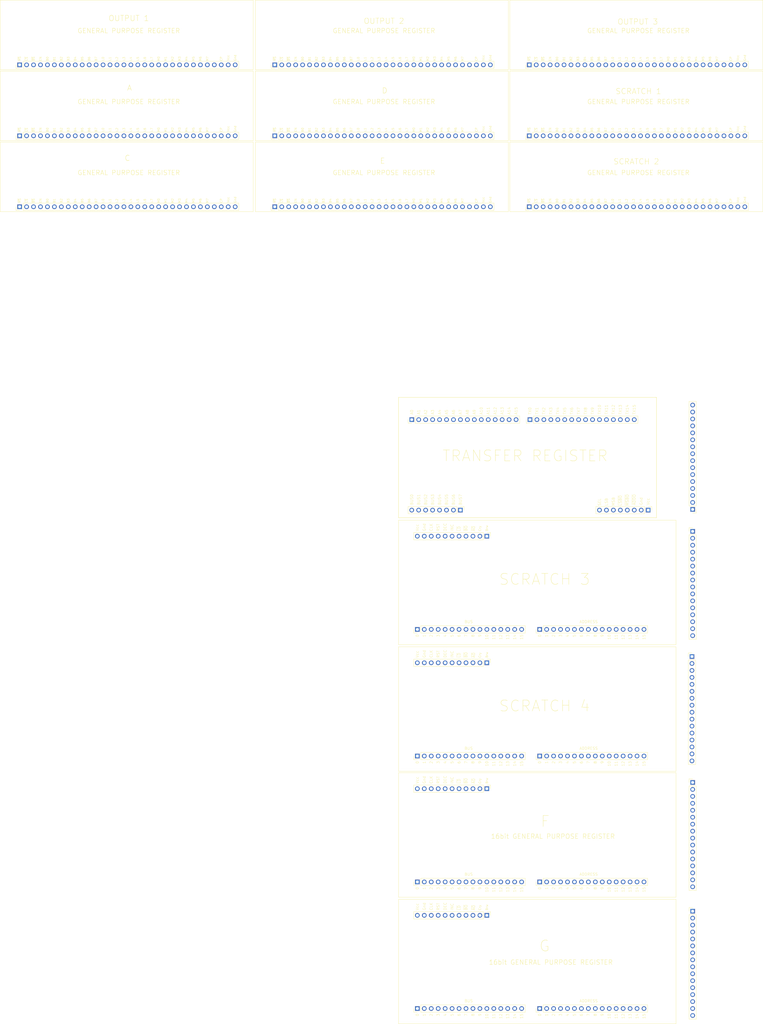
<source format=kicad_pcb>
(kicad_pcb (version 20211014) (generator pcbnew)
  (layers (0 "F.Cu" signal) (31 "B.Cu" signal) (34 "B.Paste" user) (35 "F.Paste" user) (36 "B.SilkS" user "B.Silkscreen") (37 "F.SilkS" user "F.Silkscreen") (38 "B.Mask" user) (39 "F.Mask" user) (44 "Edge.Cuts" user))
  (net 0 "")
  (net 1 "~{MS_O1}")
  (net 2 "~{LS_O2}")
  (net 3 "~{BS_O2}")
  (net 4 "EN_O2")
  (net 5 "B0")
  (net 6 "B1")
  (net 7 "B2")
  (net 8 "B3")
  (net 9 "B4")
  (net 10 "B5")
  (net 11 "B6")
  (net 12 "B7")
  (net 13 "L0")
  (net 14 "L1")
  (net 15 "L2")
  (net 16 "L3")
  (net 17 "L4")
  (net 18 "L5")
  (net 19 "L6")
  (net 20 "L7")
  (net 21 "M0")
  (net 22 "M1")
  (net 23 "M2")
  (net 24 "M3")
  (net 25 "M4")
  (net 26 "M5")
  (net 27 "M6")
  (net 28 "M7")
  (net 30 "CLOCK")
  (net 31 "VCC")
  (net 32 "GND")
  (net 33 "~{MS_O2}")
  (net 35 "~{MS_A}")
  (net 36 "~{LS_A}")
  (net 37 "~{BS_A}")
  (net 38 "EN_A")
  (net 40 "~{MS_O3}")
  (net 41 "~{LS_O3}")
  (net 42 "~{BS_AO3}")
  (net 43 "EN_O3")
  (net 45 "~{MS_C}")
  (net 46 "~{LS_C}")
  (net 47 "~{BS_C}")
  (net 48 "EN_C")
  (net 50 "~{MS_D}")
  (net 51 "~{LS_D}")
  (net 52 "~{BS_D}")
  (net 53 "EN_D")
  (net 55 "~{MS_E}")
  (net 56 "~{LS_E}")
  (net 57 "~{BS_E}")
  (net 58 "EN_E")
  (net 60 "~{MS_S1}")
  (net 61 "~{LS_S1}")
  (net 62 "~{BS_S1}")
  (net 63 "EN_S1")
  (net 65 "~{MS_S2}")
  (net 66 "~{LS_S2}")
  (net 67 "~{BS_S2}")
  (net 68 "EN_S2")
  (net 70 "~{BRW_S3}")
  (net 71 "~{CRY_S3}")
  (net 72 "~{AO_S3}")
  (net 73 "~{BO_S3}")
  (net 74 "~{LD_S3}")
  (net 75 "INC_S3")
  (net 76 "DEC_S3")
  (net 77 "RESET")
  (net 78 "SCRATCH3_0")
  (net 79 "SCRATCH3_1")
  (net 80 "SCRATCH3_2")
  (net 81 "SCRATCH3_3")
  (net 82 "SCRATCH3_4")
  (net 83 "SCRATCH3_5")
  (net 84 "SCRATCH3_6")
  (net 85 "SCRATCH3_7")
  (net 86 "SCRATCH3_8")
  (net 87 "SCRATCH3_9")
  (net 88 "SCRATCH3_10")
  (net 89 "SCRATCH3_11")
  (net 90 "SCRATCH3_12")
  (net 91 "SCRATCH3_13")
  (net 92 "SCRATCH3_14")
  (net 93 "SCRATCH3_15")
  (net 94 "SCRATCH4_0")
  (net 95 "SCRATCH4_1")
  (net 96 "SCRATCH4_2")
  (net 97 "SCRATCH4_3")
  (net 98 "SCRATCH4_4")
  (net 99 "SCRATCH4_5")
  (net 100 "SCRATCH4_6")
  (net 101 "SCRATCH4_7")
  (net 102 "SCRATCH4_8")
  (net 103 "SCRATCH4_9")
  (net 104 "SCRATCH4_10")
  (net 105 "SCRATCH4_11")
  (net 106 "SCRATCH4_12")
  (net 107 "SCRATCH4_13")
  (net 108 "SCRATCH4_14")
  (net 109 "SCRATCH4_15")
  (net 110 "~{BRW_S4}")
  (net 111 "~{CRY_S4}")
  (net 112 "~{AO_S4}")
  (net 113 "~{BO_S4}")
  (net 114 "~{LD_S4}")
  (net 115 "INC_S4")
  (net 116 "DEC_S4")
  (net 117 "F0")
  (net 118 "F1")
  (net 119 "F2")
  (net 120 "F3")
  (net 121 "F4")
  (net 122 "F5")
  (net 123 "F6")
  (net 124 "F7")
  (net 125 "F8")
  (net 126 "F9")
  (net 127 "F10")
  (net 128 "F11")
  (net 129 "F12")
  (net 130 "F13")
  (net 131 "F14")
  (net 132 "F15")
  (net 133 "~{BRW_F}")
  (net 134 "~{CRY_F}")
  (net 135 "~{AO_F}")
  (net 136 "~{BO_F}")
  (net 137 "~{LD_F}")
  (net 138 "INC_F")
  (net 139 "DEC_F")
  (net 140 "G0")
  (net 141 "G1")
  (net 142 "G2")
  (net 143 "G3")
  (net 144 "G4")
  (net 145 "G5")
  (net 146 "G6")
  (net 147 "G7")
  (net 148 "G8")
  (net 149 "G9")
  (net 150 "G10")
  (net 151 "G11")
  (net 152 "G12")
  (net 153 "G13")
  (net 154 "G14")
  (net 155 "G15")
  (net 156 "~{BRW_G}")
  (net 157 "~{CRY_G}")
  (net 158 "~{AO_G}")
  (net 159 "~{BO_G}")
  (net 160 "~{LD_G}")
  (net 161 "INC_G")
  (net 162 "DEC_G")
  (net 163 "TX0")
  (net 164 "TX1")
  (net 165 "TX2")
  (net 166 "TX3")
  (net 167 "TX4")
  (net 168 "TX5")
  (net 169 "TX6")
  (net 170 "TX7")
  (net 171 "TX8")
  (net 172 "TX9")
  (net 173 "TX10")
  (net 174 "TX11")
  (net 175 "TX12")
  (net 176 "TX13")
  (net 177 "TX14")
  (net 178 "TX15")
  (net 179 "~{TX_ASSERT_ADDRESS}")
  (net 180 "~{TX_ASSERT_MSB_MAIN}")
  (net 181 "~{TX_ASSERT_LSB_MAIN}")
  (net 182 "TX_LATCH_MSB")
  (net 183 "TX_LATCH_LSB")
  (net 184 "TX_BUS_SELECT")
  (footprint "Connector_PinHeader_2.54mm:PinHeader_1x16_P2.54mm_Vertical" (layer "F.Cu") (at 251.46 323.723 90)
    (fp_text reference "J14" hide)
    (fp_text value "Conn_01x16")
  )
  (footprint "Connector_PinHeader_2.54mm:PinHeader_1x32_P2.54mm_Vertical" (layer "F.Cu") (at 61.468 97.282 90)
    (fp_text reference "J3" hide)
    (fp_text value "Conn_01x32")
  )
  (footprint "Connector_PinHeader_2.54mm:PinHeader_1x16_P2.54mm_Vertical" (layer "F.Cu") (at 307.34 241.681)
    (fp_text reference "J26" hide)
    (fp_text value "Conn_01x16")
  )
  (footprint "Connector_PinHeader_2.54mm:PinHeader_1x16_P2.54mm_Vertical" (layer "F.Cu") (at 307.086 287.401)
    (fp_text reference "J28" hide)
    (fp_text value "Conn_01x16")
  )
  (footprint "Connector_PinHeader_2.54mm:PinHeader_1x08_P2.54mm_Vertical" (layer "F.Cu") (at 291.084 233.934 -90)
    (fp_text reference "J25" hide)
    (fp_text value "Conn_01x08")
  )
  (footprint "Connector_PinHeader_2.54mm:PinHeader_1x32_P2.54mm_Vertical" (layer "F.Cu") (at 247.65 97.282 90)
    (fp_text reference "J8" hide)
    (fp_text value "Conn_01x32")
  )
  (footprint "Connector_PinHeader_2.54mm:PinHeader_1x16_P2.54mm_Vertical" (layer "F.Cu") (at 307.34 380.365)
    (fp_text reference "J29" hide)
    (fp_text value "Conn_01x16")
  )
  (footprint "Connector_PinHeader_2.54mm:PinHeader_1x32_P2.54mm_Vertical" (layer "F.Cu") (at 154.686 97.282 90)
    (fp_text reference "J6" hide)
    (fp_text value "Conn_01x32")
  )
  (footprint "Connector_PinHeader_2.54mm:PinHeader_1x16_P2.54mm_Vertical" (layer "F.Cu") (at 251.46 415.925 90)
    (fp_text reference "J19" hide)
    (fp_text value "Conn_01x16")
  )
  (footprint "Connector_PinHeader_2.54mm:PinHeader_1x16_P2.54mm_Vertical" (layer "F.Cu") (at 206.756 277.495 90)
    (fp_text reference "J11" hide)
    (fp_text value "Conn_01x16")
  )
  (footprint "Connector_PinHeader_2.54mm:PinHeader_1x32_P2.54mm_Vertical" (layer "F.Cu") (at 247.65 71.374 90)
    (fp_text reference "J4" hide)
    (fp_text value "Conn_01x32")
  )
  (footprint "Connector_PinHeader_2.54mm:PinHeader_1x11_P2.54mm_Vertical" (layer "F.Cu") (at 232.156 381.889 -90)
    (fp_text reference "J21" hide)
    (fp_text value "Conn_01x11")
  )
  (footprint "Connector_PinHeader_2.54mm:PinHeader_1x11_P2.54mm_Vertical" (layer "F.Cu") (at 232.156 289.687 -90)
    (fp_text reference "J15" hide)
    (fp_text value "Conn_01x11")
  )
  (footprint "Connector_PinHeader_2.54mm:PinHeader_1x32_P2.54mm_Vertical" (layer "F.Cu") (at 154.686 123.19 90)
    (fp_text reference "J7" hide)
    (fp_text value "Conn_01x32")
  )
  (footprint "Connector_PinHeader_2.54mm:PinHeader_1x08_P2.54mm_Vertical" (layer "F.Cu") (at 222.489 233.934 -90)
    (fp_text reference "J22" hide)
    (fp_text value "Conn_01x08")
  )
  (footprint "Connector_PinHeader_2.54mm:PinHeader_1x32_P2.54mm_Vertical" (layer "F.Cu") (at 61.468 71.374 90)
    (fp_text reference "J1" hide)
    (fp_text value "Conn_01x32")
  )
  (footprint "Connector_PinHeader_2.54mm:PinHeader_1x16_P2.54mm_Vertical" (layer "F.Cu") (at 206.756 369.697 90)
    (fp_text reference "J17" hide)
    (fp_text value "Conn_01x16")
  )
  (footprint "Connector_PinHeader_2.54mm:PinHeader_1x16_P2.54mm_Vertical" (layer "F.Cu") (at 206.756 323.723 90)
    (fp_text reference "J13" hide)
    (fp_text value "Conn_01x16")
  )
  (footprint "Connector_PinHeader_2.54mm:PinHeader_1x32_P2.54mm_Vertical" (layer "F.Cu") (at 154.686 71.374 90)
    (fp_text reference "J2" hide)
    (fp_text value "Conn_01x32")
  )
  (footprint "Connector_PinHeader_2.54mm:PinHeader_1x32_P2.54mm_Vertical" (layer "F.Cu") (at 247.65 123.19 90)
    (fp_text reference "J9" hide)
    (fp_text value "Conn_01x32")
  )
  (footprint "Connector_PinHeader_2.54mm:PinHeader_1x16_P2.54mm_Vertical" (layer "F.Cu") (at 204.724 200.914 90)
    (fp_text reference "J24" hide)
    (fp_text value "Conn_01x16")
  )
  (footprint "Connector_PinHeader_2.54mm:PinHeader_1x32_P2.54mm_Vertical" (layer "F.Cu") (at 61.468 123.19 90)
    (fp_text reference "J5" hide)
    (fp_text value "Conn_01x32")
  )
  (footprint "Connector_PinHeader_2.54mm:PinHeader_1x16_P2.54mm_Vertical" (layer "F.Cu") (at 307.34 333.375)
    (fp_text reference "J27" hide)
    (fp_text value "Conn_01x16")
  )
  (footprint "Connector_PinHeader_2.54mm:PinHeader_1x16_P2.54mm_Vertical" (layer "F.Cu") (at 206.756 415.925 90)
    (fp_text reference "J20" hide)
    (fp_text value "Conn_01x16")
  )
  (footprint "Connector_PinHeader_2.54mm:PinHeader_1x11_P2.54mm_Vertical" (layer "F.Cu") (at 232.156 243.459 -90)
    (fp_text reference "J10" hide)
    (fp_text value "Conn_01x11")
  )
  (footprint "Connector_PinHeader_2.54mm:PinHeader_1x16_P2.54mm_Vertical" (layer "F.Cu") (at 251.46 369.697 90)
    (fp_text reference "J16" hide)
    (fp_text value "Conn_01x16")
  )
  (footprint "Connector_PinHeader_2.54mm:PinHeader_1x16_P2.54mm_Vertical" (layer "F.Cu") (at 247.904 200.914 90)
    (fp_text reference "J23" hide)
    (fp_text value "Conn_01x16")
  )
  (footprint "Connector_PinHeader_2.54mm:PinHeader_1x16_P2.54mm_Vertical" (layer "F.Cu") (at 307.34 233.68 180)
    (fp_text reference "J30" hide)
    (fp_text value "Conn_01x16")
  )
  (footprint "Connector_PinHeader_2.54mm:PinHeader_1x16_P2.54mm_Vertical" (layer "F.Cu") (at 251.46 277.495 90)
    (fp_text reference "J12" hide)
    (fp_text value "Conn_01x16")
  )
  (footprint "Connector_PinHeader_2.54mm:PinHeader_1x11_P2.54mm_Vertical" (layer "F.Cu") (at 232.156 335.661 -90)
    (fp_text reference "J18" hide)
    (fp_text value "Conn_01x11")
  )
  (gr_line (start 240.03 47.752) (end 240.03 73.152) (layer "F.SilkS") (width 0.12))
  (gr_line (start 146.812 73.152) (end 54.356 73.152) (layer "F.SilkS") (width 0.12))
  (gr_line (start 199.898 283.845) (end 301.244 283.845) (layer "F.SilkS") (width 0.12))
  (gr_line (start 156.612 120.252) (end 156.612 121.602) (layer "F.SilkS") (width 0.12))
  (gr_line (start 65.944 94.344) (end 65.944 95.694) (layer "F.SilkS") (width 0.12))
  (gr_line (start 147.574 47.752) (end 240.03 47.752) (layer "F.SilkS") (width 0.12))
  (gr_line (start 54.356 99.568) (end 146.812 99.568) (layer "F.SilkS") (width 0.12))
  (gr_line (start 332.994 73.66) (end 332.994 99.06) (layer "F.SilkS") (width 0.12))
  (gr_line (start 293.878 192.786) (end 294.132 192.786) (layer "F.SilkS") (width 0.15))
  (gr_line (start 247.046 94.344) (end 247.046 95.694) (layer "F.SilkS") (width 0.12))
  (gr_line (start 301.244 421.513) (end 199.898 421.513) (layer "F.SilkS") (width 0.12))
  (gr_line (start 240.538 73.66) (end 332.994 73.66) (layer "F.SilkS") (width 0.12))
  (gr_line (start 65.944 68.436) (end 65.944 69.786) (layer "F.SilkS") (width 0.12))
  (gr_line (start 249.576 120.252) (end 249.576 121.602) (layer "F.SilkS") (width 0.12))
  (gr_line (start 240.538 47.752) (end 332.994 47.752) (layer "F.SilkS") (width 0.12))
  (gr_line (start 249.576 94.344) (end 249.576 95.694) (layer "F.SilkS") (width 0.12))
  (gr_line (start 147.574 73.66) (end 240.03 73.66) (layer "F.SilkS") (width 0.12))
  (gr_line (start 154.082 120.252) (end 154.082 121.602) (layer "F.SilkS") (width 0.12))
  (gr_line (start 199.898 283.083) (end 199.898 237.617) (layer "F.SilkS") (width 0.12))
  (gr_line (start 54.356 99.06) (end 54.356 73.66) (layer "F.SilkS") (width 0.12))
  (gr_line (start 199.898 237.617) (end 301.244 237.617) (layer "F.SilkS") (width 0.12))
  (gr_line (start 159.162 94.344) (end 159.162 95.694) (layer "F.SilkS") (width 0.12))
  (gr_line (start 146.812 124.968) (end 54.356 124.968) (layer "F.SilkS") (width 0.12))
  (gr_line (start 247.046 120.252) (end 247.046 121.602) (layer "F.SilkS") (width 0.12))
  (gr_line (start 332.994 99.568) (end 332.994 124.968) (layer "F.SilkS") (width 0.12))
  (gr_line (start 63.394 68.436) (end 63.394 69.786) (layer "F.SilkS") (width 0.12))
  (gr_line (start 247.046 68.436) (end 247.046 69.786) (layer "F.SilkS") (width 0.12))
  (gr_line (start 147.574 124.968) (end 147.574 99.568) (layer "F.SilkS") (width 0.12))
  (gr_line (start 301.244 283.845) (end 301.244 329.311) (layer "F.SilkS") (width 0.12))
  (gr_line (start 54.356 47.752) (end 146.812 47.752) (layer "F.SilkS") (width 0.12))
  (gr_line (start 301.244 376.047) (end 301.244 421.513) (layer "F.SilkS") (width 0.12))
  (gr_line (start 54.356 73.66) (end 146.812 73.66) (layer "F.SilkS") (width 0.12))
  (gr_line (start 252.126 120.252) (end 252.126 121.602) (layer "F.SilkS") (width 0.12))
  (gr_line (start 332.994 124.968) (end 240.538 124.968) (layer "F.SilkS") (width 0.12))
  (gr_line (start 199.898 376.047) (end 301.244 376.047) (layer "F.SilkS") (width 0.12))
  (gr_line (start 199.898 329.819) (end 301.244 329.819) (layer "F.SilkS") (width 0.12))
  (gr_line (start 240.03 73.152) (end 147.574 73.152) (layer "F.SilkS") (width 0.12))
  (gr_line (start 332.994 73.152) (end 240.538 73.152) (layer "F.SilkS") (width 0.12))
  (gr_line (start 63.394 94.344) (end 63.394 95.694) (layer "F.SilkS") (width 0.12))
  (gr_line (start 240.538 124.968) (end 240.538 99.568) (layer "F.SilkS") (width 0.12))
  (gr_line (start 147.574 99.568) (end 240.03 99.568) (layer "F.SilkS") (width 0.12))
  (gr_line (start 301.244 283.083) (end 199.898 283.083) (layer "F.SilkS") (width 0.12))
  (gr_line (start 146.812 99.568) (end 146.812 124.968) (layer "F.SilkS") (width 0.12))
  (gr_line (start 294.132 236.728) (end 199.898 236.728) (layer "F.SilkS") (width 0.15))
  (gr_line (start 63.394 120.252) (end 63.394 121.602) (layer "F.SilkS") (width 0.12))
  (gr_line (start 332.994 99.06) (end 240.538 99.06) (layer "F.SilkS") (width 0.12))
  (gr_line (start 249.576 68.436) (end 249.576 69.786) (layer "F.SilkS") (width 0.12))
  (gr_line (start 159.162 68.436) (end 159.162 69.786) (layer "F.SilkS") (width 0.12))
  (gr_line (start 54.356 124.968) (end 54.356 99.568) (layer "F.SilkS") (width 0.12))
  (gr_line (start 65.944 120.252) (end 65.944 121.602) (layer "F.SilkS") (width 0.12))
  (gr_line (start 146.812 47.752) (end 146.812 73.152) (layer "F.SilkS") (width 0.12))
  (gr_line (start 240.03 99.06) (end 147.574 99.06) (layer "F.SilkS") (width 0.12))
  (gr_line (start 154.082 94.344) (end 154.082 95.694) (layer "F.SilkS") (width 0.12))
  (gr_line (start 301.244 329.819) (end 301.244 375.285) (layer "F.SilkS") (width 0.12))
  (gr_line (start 294.132 192.786) (end 294.132 236.728) (layer "F.SilkS") (width 0.15))
  (gr_line (start 240.538 73.152) (end 240.538 47.752) (layer "F.SilkS") (width 0.12))
  (gr_line (start 240.538 99.568) (end 332.994 99.568) (layer "F.SilkS") (width 0.12))
  (gr_line (start 60.864 94.344) (end 60.864 95.694) (layer "F.SilkS") (width 0.12))
  (gr_line (start 199.898 236.728) (end 199.898 192.786) (layer "F.SilkS") (width 0.15))
  (gr_line (start 240.03 124.968) (end 147.574 124.968) (layer "F.SilkS") (width 0.12))
  (gr_line (start 159.162 120.252) (end 159.162 121.602) (layer "F.SilkS") (width 0.12))
  (gr_line (start 301.244 375.285) (end 199.898 375.285) (layer "F.SilkS") (width 0.12))
  (gr_line (start 146.812 99.06) (end 54.356 99.06) (layer "F.SilkS") (width 0.12))
  (gr_line (start 156.612 94.344) (end 156.612 95.694) (layer "F.SilkS") (width 0.12))
  (gr_line (start 156.612 68.436) (end 156.612 69.786) (layer "F.SilkS") (width 0.12))
  (gr_line (start 199.898 375.285) (end 199.898 329.819) (layer "F.SilkS") (width 0.12))
  (gr_line (start 240.03 73.66) (end 240.03 99.06) (layer "F.SilkS") (width 0.12))
  (gr_line (start 301.244 329.311) (end 199.898 329.311) (layer "F.SilkS") (width 0.12))
  (gr_line (start 332.994 47.752) (end 332.994 73.152) (layer "F.SilkS") (width 0.12))
  (gr_line (start 199.898 421.513) (end 199.898 376.047) (layer "F.SilkS") (width 0.12))
  (gr_line (start 147.574 99.06) (end 147.574 73.66) (layer "F.SilkS") (width 0.12))
  (gr_line (start 199.898 329.311) (end 199.898 283.845) (layer "F.SilkS") (width 0.12))
  (gr_line (start 146.812 73.66) (end 146.812 99.06) (layer "F.SilkS") (width 0.12))
  (gr_line (start 240.03 99.568) (end 240.03 124.968) (layer "F.SilkS") (width 0.12))
  (gr_line (start 199.898 192.786) (end 293.878 192.786) (layer "F.SilkS") (width 0.15))
  (gr_line (start 240.538 99.06) (end 240.538 73.66) (layer "F.SilkS") (width 0.12))
  (gr_line (start 54.356 73.152) (end 54.356 47.752) (layer "F.SilkS") (width 0.12))
  (gr_line (start 154.082 68.436) (end 154.082 69.786) (layer "F.SilkS") (width 0.12))
  (gr_line (start 60.864 120.252) (end 60.864 121.602) (layer "F.SilkS") (width 0.12))
  (gr_line (start 60.864 68.436) (end 60.864 69.786) (layer "F.SilkS") (width 0.12))
  (gr_line (start 252.126 68.436) (end 252.126 69.786) (layer "F.SilkS") (width 0.12))
  (gr_line (start 147.574 73.152) (end 147.574 47.752) (layer "F.SilkS") (width 0.12))
  (gr_line (start 301.244 237.617) (end 301.244 283.083) (layer "F.SilkS") (width 0.12))
  (gr_line (start 252.126 94.344) (end 252.126 95.694) (layer "F.SilkS") (width 0.12))
  (gr_text "DEC" (at 216.916 287.909 90) (layer "F.SilkS") (effects (font (size 1 1) (thickness 0.1)) (justify left)))
  (gr_text "A" (at 101.6 79.756) (layer "F.SilkS") (effects (font (size 2 2))))
  (gr_text "CLK" (at 211.836 380.111 90) (layer "F.SilkS") (effects (font (size 1 1) (thickness 0.1)) (justify left)))
  (gr_text "B4" (at 81.784 69.136 90) (layer "F.SilkS") (effects (font (size 0.8 0.8) (thickness 0.1))))
  (gr_text "L4" (at 102.104 95.044 90) (layer "F.SilkS") (effects (font (size 0.8 0.8) (thickness 0.1))))
  (gr_text "9" (at 274.32 325.501 90) (layer "F.SilkS") (effects (font (size 1 1) (thickness 0.1)) (justify right)))
  (gr_text "Gnd" (at 233.422 120.612 90) (layer "F.SilkS") (effects (font (size 0.8 0.8) (thickness 0.1))))
  (gr_text "L5" (at 197.862 95.044 90) (layer "F.SilkS") (effects (font (size 0.8 0.8) (thickness 0.1))))
  (gr_text "1" (at 254 279.273 90) (layer "F.SilkS") (effects (font (size 1 1) (thickness 0.1)) (justify right)))
  (gr_text "2" (at 256.54 279.273 90) (layer "F.SilkS") (effects (font (size 1 1) (thickness 0.1)) (justify right)))
  (gr_text "ADDRESS" (at 265.938 320.929) (layer "F.SilkS") (effects (font (size 1 1) (thickness 0.1)) (justify left)))
  (gr_text "3" (at 214.376 325.501 90) (layer "F.SilkS") (effects (font (size 1 1) (thickness 0.1)) (justify right)))
  (gr_text "A10" (at 230.124 199.136 90) (layer "F.SilkS") (effects (font (size 1 1) (thickness 0.1)) (justify left)))
  (gr_text "BUS7" (at 222.504 232.156 90) (layer "F.SilkS") (effects (font (size 1 1) (thickness 0.1)) (justify left)))
  (gr_text "L0" (at 278.126 95.044 90) (layer "F.SilkS") (effects (font (size 0.8 0.8) (thickness 0.1))))
  (gr_text "L6" (at 107.184 95.044 90) (layer "F.SilkS") (effects (font (size 0.8 0.8) (thickness 0.1))))
  (gr_text "M6" (at 313.686 120.952 90) (layer "F.SilkS") (effects (font (size 0.8 0.8) (thickness 0.1))))
  (gr_text "Gnd" (at 209.296 287.909 90) (layer "F.SilkS") (effects (font (size 1 1) (thickness 0.1)) (justify left)))
  (gr_text "INC" (at 219.456 333.883 90) (layer "F.SilkS") (effects (font (size 1 1) (thickness 0.1)) (justify left)))
  (gr_text "BUS" (at 227.076 366.903) (layer "F.SilkS") (effects (font (size 1 1) (thickness 0.1)) (justify right)))
  (gr_text "13" (at 239.776 371.475 90) (layer "F.SilkS") (effects (font (size 1 1) (thickness 0.1)) (justify right)))
  (gr_text "A1" (at 207.264 199.136 90) (layer "F.SilkS") (effects (font (size 1 1) (thickness 0.1)) (justify left)))
  (gr_text "15" (at 244.856 279.273 90) (layer "F.SilkS") (effects (font (size 1 1) (thickness 0.1)) (justify right)))
  (gr_text "4" (at 261.62 417.703 90) (layer "F.SilkS") (effects (font (size 1 1) (thickness 0.1)) (justify right)))
  (gr_text "M1" (at 300.986 120.952 90) (layer "F.SilkS") (effects (font (size 0.8 0.8) (thickness 0.1))))
  (gr_text "L2" (at 283.206 69.136 90) (layer "F.SilkS") (effects (font (size 0.8 0.8) (thickness 0.1))))
  (gr_text "15" (at 289.56 371.475 90) (layer "F.SilkS") (effects (font (size 1 1) (thickness 0.1)) (justify right)))
  (gr_text "OUTPUT 2" (at 194.564 55.372) (layer "F.SilkS") (effects (font (size 2 2))))
  (gr_text "M1" (at 208.022 69.136 90) (layer "F.SilkS") (effects (font (size 0.8 0.8) (thickness 0.1))))
  (gr_text "BS" (at 252.726 95.044 90) (layer "F.SilkS") (effects (font (size 0.8 0.8) (thickness 0.1))))
  (gr_text "4" (at 216.916 417.703 90) (layer "F.SilkS") (effects (font (size 1 1) (thickness 0.1)) (justify right)))
  (gr_text "B5" (at 84.324 120.952 90) (layer "F.SilkS") (effects (font (size 0.8 0.8) (thickness 0.1))))
  (gr_text "Brw" (at 232.156 333.883 90) (layer "F.SilkS") (effects (font (size 0.8 0.8) (thickness 0.1)) (justify left)))
  (gr_text "B6" (at 180.082 69.136 90) (layer "F.SilkS") (effects (font (size 0.8 0.8) (thickness 0.1))))
  (gr_text "EN" (at 255.266 95.044 90) (layer "F.SilkS") (effects (font (size 0.8 0.8) (thickness 0.1))))
  (gr_text "B7" (at 89.404 69.136 90) (layer "F.SilkS") (effects (font (size 0.8 0.8) (thickness 0.1))))
  (gr_text "L4" (at 195.322 120.952 90) (layer "F.SilkS") (effects (font (size 0.8 0.8) (thickness 0.1))))
  (gr_text "1" (at 254 325.501 90) (layer "F.SilkS") (effects (font (size 1 1) (thickness 0.1)) (justify right)))
  (gr_text "M4" (at 122.424 69.136 90) (layer "F.SilkS") (effects (font (size 0.8 0.8) (thickness 0.1))))
  (gr_text "M1" (at 114.804 69.136 90) (layer "F.SilkS") (effects (font (size 0.8 0.8) (thickness 0.1))))
  (gr_text "L3" (at 99.564 95.044 90) (layer "F.SilkS") (effects (font (size 0.8 0.8) (thickness 0.1))))
  (gr_text "Brw" (at 232.156 241.681 90) (layer "F.SilkS") (effects (font (size 0.8 0.8) (thickness 0.1)) (justify left)))
  (gr_text "EN" (at 69.084 120.952 90) (layer "F.SilkS") (effects (font (size 0.8 0.8) (thickness 0.1))))
  (gr_text "M6" (at 127.504 69.136 90) (layer "F.SilkS") (effects (font (size 0.8 0.8) (thickness 0.1))))
  (gr_text "LS" (at 157.222 95.044 90) (layer "F.SilkS") (effects (font (size 0.8 0.8) (thickness 0.1))))
  (gr_text "5" (at 219.456 279.273 90) (layer "F.SilkS") (effects (font (size 1 1) (thickness 0.1)) (justify right)))
  (gr_text "L6" (at 200.402 120.952 90) (layer "F.SilkS") (effects (font (size 0.8 0.8) (thickness 0.1))))
  (gr_text "INC" (at 219.456 241.681 90) (layer "F.SilkS") (effects (font (size 1 1) (thickness 0.1)) (justify left)))
  (gr_text "14" (at 242.316 371.475 90) (layer "F.SilkS") (effects (font (size 1 1) (thickness 0.1)) (justify right)))
  (gr_text "TX14" (at 283.464 199.136 90) (layer "F.SilkS") (effects (font (size 1 1) (thickness 0.1)) (justify left)))
  (gr_text "~{AO}" (at 227.33 287.909 90) (layer "F.SilkS") (effects (font (size 1 1) (thickness 0.1)) (justify left)))
  (gr_text "L4" (at 102.104 120.952 90) (layer "F.SilkS") (effects (font (size 0.8 0.8) (thickness 0.1))))
  (gr_text "13" (at 284.48 417.703 90) (layer "F.SilkS") (effects (font (size 1 1) (thickness 0.1)) (justify right)))
  (gr_text "Vcc" (at 230.882 120.632 90) (layer "F.SilkS") (effects (font (size 0.8 0.8) (thickness 0.1))))
  (gr_text "Brw" (at 232.156 380.111 90) (layer "F.SilkS") (effects (font (size 0.8 0.8) (thickness 0.1)) (justify left)))
  (gr_text "Gnd" (at 326.386 120.612 90) (layer "F.SilkS") (effects (font (size 0.8 0.8) (thickness 0.1))))
  (gr_text "DEC" (at 216.916 241.681 90) (layer "F.SilkS") (effects (font (size 1 1) (thickness 0.1)) (justify left)))
  (gr_text "L0" (at 91.944 120.952 90) (layer "F.SilkS") (effects (font (size 0.8 0.8) (thickness 0.1))))
  (gr_text "B6" (at 273.046 120.952 90) (layer "F.SilkS") (effects (font (size 0.8 0.8) (thickness 0.1))))
  (gr_text "B5" (at 270.506 120.952 90) (layer "F.SilkS") (effects (font (size 0.8 0.8) (thickness 0.1))))
  (gr_text "B6" (at 86.864 69.136 90) (layer "F.SilkS") (effects (font (size 0.8 0.8) (thickness 0.1))))
  (gr_text "M4" (at 308.606 120.952 90) (layer "F.SilkS") (effects (font (size 0.8 0.8) (thickness 0.1))))
  (gr_text "GENERAL PURPOSE REGISTER" (at 101.346 84.836) (layer "F.SilkS") (effects (font (size 1.7 1.7))))
  (gr_text "L5" (at 197.862 69.136 90) (layer "F.SilkS") (effects (font (size 0.8 0.8) (thickness 0.1))))
  (gr_text "L2" (at 190.242 95.044 90) (layer "F.SilkS") (effects (font (size 0.8 0.8) (thickness 0.1))))
  (gr_text "B4" (at 175.002 69.136 90) (layer "F.SilkS") (effects (font (size 0.8 0.8) (thickness 0.1))))
  (gr_text "L1" (at 280.666 95.044 90) (layer "F.SilkS") (effects (font (size 0.8 0.8) (thickness 0.1))))
  (gr_text "M0" (at 298.446 95.044 90) (layer "F.SilkS") (effects (font (size 0.8 0.8) (thickness 0.1))))
  (gr_text "MS" (at 61.464 120.952 90) (layer "F.SilkS") (effects (font (size 0.8 0.8) (thickness 0.1))))
  (gr_text "L7" (at 202.942 120.952 90) (layer "F.SilkS") (effects (font (size 0.8 0.8) (thickness 0.1))))
  (gr_text "LS" (at 64.004 95.044 90) (layer "F.SilkS") (effects (font (size 0.8 0.8) (thickness 0.1))))
  (gr_text "L2" (at 283.206 95.044 90) (layer "F.SilkS") (effects (font (size 0.8 0.8) (thickness 0.1))))
  (gr_text "D" (at 194.818 80.772) (layer "F.SilkS") (effects (font (size 2 2))))
  (gr_text "14" (at 242.316 325.501 90) (layer "F.SilkS") (effects (font (size 1 1) (thickness 0.1)) (justify right)))
  (gr_text "9" (at 229.616 325.501 90) (layer "F.SilkS") (effects (font (size 1 1) (thickness 0.1)) (justify right)))
  (gr_text "TX12" (at 278.384 199.136 90) (layer "F.SilkS") (effects (font (size 1 1) (thickness 0.1)) (justify left)))
  (gr_text "3" (at 259.08 371.475 90) (layer "F.SilkS") (effects (font (size 1 1) (thickness 0.1)) (justify right)))
  (gr_text "2" (at 256.54 371.475 90) (layer "F.SilkS") (effects (font (size 1 1) (thickness 0.1)) (justify right)))
  (gr_text "M3" (at 306.066 95.044 90) (layer "F.SilkS") (effects (font (size 0.8 0.8) (thickness 0.1))))
  (gr_text "3" (at 259.08 279.273 90) (layer "F.SilkS") (effects (font (size 1 1) (thickness 0.1)) (justify right)))
  (gr_text "L7" (at 109.724 69.136 90) (layer "F.SilkS") (effects (font (size 0.8 0.8) (thickness 0.1))))
  (gr_text "A2" (at 209.804 199.136 90) (layer "F.SilkS") (effects (font (size 1 1) (thickness 0.1)) (justify left)))
  (gr_text "B3" (at 172.462 95.044 90) (layer "F.SilkS") (effects (font (size 0.8 0.8) (thickness 0.1))))
  (gr_text "1" (at 254 417.703 90) (layer "F.SilkS") (effects (font (size 1 1) (thickness 0.1)) (justify right)))
  (gr_text "M6" (at 313.686 69.136 90) (layer "F.SilkS") (effects (font (size 0.8 0.8) (thickness 0.1))))
  (gr_text "B5" (at 270.506 69.136 90) (layer "F.SilkS") (effects (font (size 0.8 0.8) (thickness 0.1))))
  (gr_text "M2" (at 303.526 95.044 90) (layer "F.SilkS") (effects (font (size 0.8 0.8) (thickness 0.1))))
  (gr_text "TX1" (at 250.444 199.136 90) (layer "F.SilkS") (effects (font (size 1 1) (thickness 0.1)) (justify left)))
  (gr_text "Gnd" (at 209.296 380.111 90) (layer "F.SilkS") (effects (font (size 1 1) (thickness 0.1)) (justify left)))
  (gr_text "B2" (at 169.922 120.952 90) (layer "F.SilkS") (effects (font (size 0.8 0.8) (thickness 0.1))))
  (gr_text "M5" (at 124.964 120.952 90) (layer "F.SilkS") (effects (font (size 0.8 0.8) (thickness 0.1))))
  (gr_text "B6" (at 273.046 69.136 90) (layer "F.SilkS") (effects (font (size 0.8 0.8) (thickness 0.1))))
  (gr_text "A6" (at 219.964 199.136 90) (layer "F.SilkS") (effects (font (size 1 1) (thickness 0.1)) (justify left)))
  (gr_text "M0" (at 112.264 69.136 90) (layer "F.SilkS") (effects (font (size 0.8 0.8) (thickness 0.1))))
  (gr_text "L1" (at 187.702 95.044 90) (layer "F.SilkS") (effects (font (size 0.8 0.8) (thickness 0.1))))
  (gr_text "4" (at 216.916 325.501 90) (layer "F.SilkS") (effects (font (size 1 1) (thickness 0.1)) (justify right)))
  (gr_text "CP" (at 228.342 120.952 90) (layer "F.SilkS") (effects (font (size 0.8 0.8) (thickness 0.1))))
  (gr_text "13" (at 239.776 279.273 90) (layer "F.SilkS") (effects (font (size 1 1) (thickness 0.1)) (justify right)))
  (gr_text "M3" (at 119.884 69.136 90) (layer "F.SilkS") (effects (font (size 0.8 0.8) (thickness 0.1))))
  (gr_text "B2" (at 76.704 69.136 90) (layer "F.SilkS") (effects (font (size 0.8 0.8) (thickness 0.1))))
  (gr_text "5" (at 264.16 279.273 90) (layer "F.SilkS") (effects (font (size 1 1) (thickness 0.1)) (justify right)))
  (gr_text "L2" (at 190.242 120.952 90) (layer "F.SilkS") (effects (font (size 0.8 0.8) (thickness 0.1))))
  (gr_text "10" (at 232.156 417.703 90) (layer "F.SilkS") (effects (font (size 1 1) (thickness 0.1)) (justify right)))
  (gr_text "Cry" (at 229.616 287.909 90) (layer "F.SilkS") (effects (font (size 0.8 0.8) (thickness 0.1)) (justify left)))
  (gr_text "M0" (at 112.264 95.044 90) (layer "F.SilkS") (effects (font (size 0.8 0.8) (thickness 0.1))))
  (gr_text "14" (at 287.02 279.273 90) (layer "F.SilkS") (effects (font (size 1 1) (thickness 0.1)) (justify right)))
  (gr_text "12" (at 281.94 325.501 90) (layer "F.SilkS") (effects (font (size 1 1) (thickness 0.1)) (justify right)))
  (gr_text "15" (at 289.56 325.501 90) (layer "F.SilkS") (effects (font (size 1 1) (thickness 0.1)) (justify right)))
  (gr_text "B4" (at 81.784 95.044 90) (layer "F.SilkS") (effects (font (size 0.8 0.8) (thickness 0.1))))
  (gr_text "GENERAL PURPOSE REGISTER" (at 101.346 110.744) (layer "F.SilkS") (effects (font (size 1.7 1.7))))
  (gr_text "L4" (at 195.322 95.044 90) (layer "F.SilkS") (effects (font (size 0.8 0.8) (thickness 0.1))))
  (gr_text "M4" (at 122.424 95.044 90) (layer "F.SilkS") (effects (font (size 0.8 0.8) (thickness 0.1))))
  (gr_text "EN" (at 255.266 120.952 90) (layer "F.SilkS") (effects (font (size 0.8 0.8) (thickness 0.1))))
  (gr_text "Vcc" (at 206.756 241.681 90) (layer "F.SilkS") (effects (font (size 1 1) (thickness 0.1)) (justify left)))
  (gr_text "Gnd" (at 326.386 94.704 90) (layer "F.SilkS") (effects (font (size 0.8 0.8) (thickness 0.1))))
  (gr_text "C" (at 100.838 105.41) (layer "F.SilkS") (effects (font (size 2 2))))
  (gr_text "Gnd" (at 140.204 120.612 90) (layer "F.SilkS") (effects (font (size 0.8 0.8) (thickness 0.1))))
  (gr_text "10" (at 232.156 279.273 90) (layer "F.SilkS") (effects (font (size 1 1) (thickness 0.1)) (justify right)))
  (gr_text "1" (at 209.296 371.475 90) (layer "F.SilkS") (effects (font (size 1 1) (thickness 0.1)) (justify right)))
  (gr_text "Gnd" (at 326.386 68.796 90) (layer "F.SilkS") (effects (font (size 0.8 0.8) (thickness 0.1))))
  (gr_text "L7" (at 202.942 69.136 90) (layer "F.SilkS") (effects (font (size 0.8 0.8) (thickness 0.1))))
  (gr_text "B7" (at 182.622 95.044 90) (layer "F.SilkS") (effects (font (size 0.8 0.8) (thickness 0.1))))
  (gr_text "12" (at 237.236 417.703 90) (layer "F.SilkS") (effects (font (size 1 1) (thickness 0.1)) (justify right)))
  (gr_text "EN" (at 69.084 95.044 90) (layer "F.SilkS") (effects (font (size 0.8 0.8) (thickness 0.1))))
  (gr_text "MS" (at 247.646 120.952 90) (layer "F.SilkS") (effects (font (size 0.8 0.8) (thickness 0.1))))
  (gr_text "B4" (at 267.966 69.136 90) (layer "F.SilkS") (effects (font (size 0.8 0.8) (thickness 0.1))))
  (gr_text "6" (at 221.996 371.475 90) (layer "F.SilkS") (effects (font (size 1 1) (thickness 0.1)) (justify right)))
  (gr_text "L1" (at 94.484 95.044 90) (layer "F.SilkS") (effects (font (size 0.8 0.8) (thickness 0.1))))
  (gr_text "EN" (at 69.084 69.136 90) (layer "F.SilkS") (effects (font (size 0.8 0.8) (thickness 0.1))))
  (gr_text "CLK" (at 211.836 287.909 90) (layer "F.SilkS") (effects (font (size 1 1) (thickness 0.1)) (justify left)))
  (gr_text "L1" (at 280.666 69.136 90) (layer "F.SilkS") (effects (font (size 0.8 0.8) (thickness 0.1))))
  (gr_text "SEL" (at 273.304 232.41 90) (layer "F.SilkS") (effects (font (size 1 1) (thickness 0.1)) (justify left)))
  (gr_text "10" (at 232.156 371.475 90) (layer "F.SilkS") (effects (font (size 1 1) (thickness 0.1)) (justify right)))
  (gr_text "L5" (at 197.862 120.952 90) (layer "F.SilkS") (effects (font (size 0.8 0.8) (thickness 0.1))))
  (gr_text "B7" (at 89.404 120.952 90) (layer "F.SilkS") (effects (font (size 0.8 0.8) (thickness 0.1))))
  (gr_text "15" (at 289.56 279.273 90) (layer "F.SilkS") (effects (font (size 1 1) (thickness 0.1)) (justify right)))
  (gr_text "Vcc" (at 230.882 68.816 90) (layer "F.SilkS") (effects (font (size 0.8 0.8) (thickness 0.1))))
  (gr_text "LS" (at 157.222 69.136 90) (layer "F.SilkS") (effects (font (size 0.8 0.8) (thickness 0.1))))
  (gr_text "13" (at 239.776 417.703 90) (layer "F.SilkS") (effects (font (size 1 1) (thickness 0.1)) (justify right)))
  (gr_text "M6" (at 127.504 95.044 90) (layer "F.SilkS") (effects (font (size 0.8 0.8) (thickness 0.1))))
  (gr_text "B7" (at 182.622 120.952 90) (layer "F.SilkS") (effects (font (size 0.8 0.8) (thickness 0.1))))
  (gr_text "B1" (at 167.382 120.952 90) (layer "F.SilkS") (effects (font (size 0.8 0.8) (thickness 0.1))))
  (gr_text "2" (at 211.836 325.501 90) (layer "F.SilkS") (effects (font (size 1 1) (thickness 0.1)) (justify right)))
  (gr_text "B3" (at 79.244 120.952 90) (layer "F.SilkS") (effects (font (size 0.8 0.8) (thickness 0.1))))
  (gr_text "12" (at 237.236 325.501 90) (layer "F.SilkS") (effects (font (size 1 1) (thickness 0.1)) (justify right)))
  (gr_text "A3" (at 212.344 199.136 90) (layer "F.SilkS") (effects (font (size 1 1) (thickness 0.1)) (justify left)))
  (gr_text "L3" (at 99.564 120.952 90) (layer "F.SilkS") (effects (font (size 0.8 0.8) (thickness 0.1))))
  (gr_text "EN" (at 162.302 95.044 90) (layer "F.SilkS") (effects (font (size 0.8 0.8) (thickness 0.1))))
  (gr_text "M1" (at 114.804 95.044 90) (layer "F.SilkS") (effects (font (size 0.8 0.8) (thickness 0.1))))
  (gr_text "L1" (at 94.484 120.952 90) (layer "F.SilkS") (effects (font (size 0.8 0.8) (thickness 0.1))))
  (gr_text "B1" (at 167.382 69.136 90) (layer "F.SilkS") (effects (font (size 0.8 0.8) (thickness 0.1))))
  (gr_text "M5" (at 311.146 95.044 90) (layer "F.SilkS") (effects (font (size 0.8 0.8) (thickness 0.1))))
  (gr_text "M6" (at 127.504 120.952 90) (layer "F.SilkS") (effects (font (size 0.8 0.8) (thickness 0.1))))
  (gr_text "L7" (at 109.724 95.044 90) (layer "F.SilkS") (effects (font (size 0.8 0.8) (thickness 0.1))))
  (gr_text "11" (at 234.696 279.273 90) (layer "F.SilkS") (effects (font (size 1 1) (thickness 0.1)) (justify right)))
  (gr_text "L5" (at 290.826 69.136 90) (layer "F.SilkS") (effects (font (size 0.8 0.8) (thickness 0.1))))
  (gr_text "L4" (at 195.322 69.136 90) (layer "F.SilkS") (effects (font (size 0.8 0.8) (thickness 0.1))))
  (gr_text "M5" (at 218.182 120.952 90) (layer "F.SilkS") (effects (font (size 0.8 0.8) (thickness 0.1))))
  (gr_text "L6" (at 200.402 95.044 90) (layer "F.SilkS") (effects (font (size 0.8 0.8) (thickness 0.1))))
  (gr_text "M3" (at 306.066 120.952 90) (layer "F.SilkS") (effects (font (size 0.8 0.8) (thickness 0.1))))
  (gr_text "EN" (at 255.266 69.136 90) (layer "F.SilkS") (effects (font (size 0.8 0.8) (thickness 0.1))))
  (gr_text "M3" (at 119.884 95.044 90) (layer "F.SilkS") (effects (font (size 0.8 0.8) (thickness 0.1))))
  (gr_text "7" (at 224.536 371.475 90) (layer "F.SilkS") (effects (font (size 1 1) (thickness 0.1)) (justify right)))
  (gr_text "B7" (at 275.586 120.952 90) (layer "F.SilkS") (effects (font (size 0.8 0.8) (thickness 0.1))))
  (gr_text "M7" (at 130.044 69.136 90) (layer "F.SilkS") (effects (font (size 0.8 0.8) (thickness 0.1))))
  (gr_text "GENERAL PURPOSE REGISTER" (at 287.528 58.928) (layer "F.SilkS") (effects (font (size 1.7 1.7))))
  (gr_text "B5" (at 177.542 95.044 90) (layer "F.SilkS") (effects (font (size 0.8 0.8) (thickness 0.1))))
  (gr_text "M1" (at 300.986 69.136 90) (layer "F.SilkS") (effects (font (size 0.8 0.8) (thickness 0.1))))
  (gr_text "B2" (at 169.922 69.136 90) (layer "F.SilkS") (effects (font (size 0.8 0.8) (thickness 0.1))))
  (gr_text "4" (at 216.916 371.475 90) (layer "F.SilkS") (effects (font (size 1 1) (thickness 0.1)) (justify right)))
  (gr_text "M7" (at 316.226 95.044 90) (layer "F.SilkS") (effects (font (size 0.8 0.8) (thickness 0.1))))
  (gr_text "L3" (at 285.746 95.044 90) (layer "F.SilkS") (effects (font (size 0.8 0.8) (thickness 0.1))))
  (gr_text "SCRATCH 3" (at 253.238 259.207) (layer "F.SilkS") (effects (font (size 4 4))))
  (gr_text "GENERAL PURPOSE REGISTER" (at 101.346 58.928) (layer "F.SilkS") (effects (font (size 1.7 1.7))))
  (gr_text "L6" (at 200.402 69.136 90) (layer "F.SilkS") (effects (font (size 0.8 0.8) (thickness 0.1))))
  (gr_text "8" (at 227.076 371.475 90) (layer "F.SilkS") (effects (font (size 1 1) (thickness 0.1)) (justify right)))
  (gr_text "M2" (at 210.562 69.136 90) (layer "F.SilkS") (effects (font (size 0.8 0.8) (thickness 0.1))))
  (gr_text "TX5" (at 260.604 199.136 90) (layer "F.SilkS") (effects (font (size 1 1) (thickness 0.1)) (justify left)))
  (gr_text "A5" (at 217.424 199.136 90) (layer "F.SilkS") (effects (font (size 1 1) (thickness 0.1)) (justify left)))
  (gr_text "M5" (at 218.182 95.044 90) (layer "F.SilkS") (effects (font (size 0.8 0.8) (thickness 0.1))))
  (gr_text "LS" (at 157.222 120.952 90) (layer "F.SilkS") (effects (font (size 0.8 0.8) (thickness 0.1))))
  (gr_text "M4" (at 215.642 120.952 90) (layer "F.SilkS") (effects (font (size 0.8 0.8) (thickness 0.1))))
  (gr_text "TX9" (at 270.764 199.136 90) (layer "F.SilkS") (effects (font (size 1 1) (thickness 0.1)) (justify left)))
  (gr_text "B1" (at 74.164 120.952 90) (layer "F.SilkS") (effects (font (size 0.8 0.8) (thickness 0.1))))
  (gr_text "Gnd" (at 288.544 232.156 90) (layer "F.SilkS") (effects (font (size 1 1) (thickness 0.1)) (justify left)))
  (gr_text "12" (at 237.236 279.273 90) (layer "F.SilkS") (effects (font (size 1 1) (thickness 0.1)) (justify right)))
  (gr_text "Vcc" (at 323.846 94.724 90) (layer "F.SilkS") (effects (font (size 0.8 0.8) (thickness 0.1))))
  (gr_text "L3" (at 99.564 69.136 90) (layer "F.SilkS") (effects (font (size 0.8 0.8) (thickness 0.1))))
  (gr_text "11" (at 234.696 371.475 90) (layer "F.SilkS") (effects (font (size 1 1) (thickness 0.1)) (justify right)))
  (gr_text "15" (at 289.56 417.703 90) (layer "F.SilkS") (effects (font (size 1 1) (thickness 0.1)) (justify right)))
  (gr_text "M7" (at 223.262 120.952 90) (layer "F.SilkS") (effects (font (size 0.8 0.8) (thickness 0.1))))
  (gr_text "1" (at 209.296 279.273 90) (layer "F.SilkS") (effects (font (size 1 1) (thickness 0.1)) (justify right)))
  (gr_text "13" (at 284.48 279.273 90) (layer "F.SilkS") (effects (font (size 1 1) (thickness 0.1)) (justify right)))
  (gr_text "B1" (at 260.346 120.952 90) (layer "F.SilkS") (effects (font (size 0.8 0.8) (thickness 0.1))))
  (gr_text "LS" (at 250.186 120.952 90) (layer "F.SilkS") (effects (font (size 0.8 0.8) (thickness 0.1))))
  (gr_text "M0" (at 298.446 120.952 90) (layer "F.SilkS") (effects (font (size 0.8 0.8) (thickness 0.1))))
  (gr_text "L5" (at 290.826 120.952 90) (layer "F.SilkS") (effects (font (size 0.8 0.8) (thickness 0.1))))
  (gr_text "M7" (at 130.044 120.952 90) (layer "F.SilkS") (effects (font (size 0.8 0.8) (thickness 0.1))))
  (gr_text "13" (at 239.776 325.501 90) (layer "F.SilkS") (effects (font (size 1 1) (thickness 0.1)) (justify right)))
  (gr_text "B3" (at 265.426 95.044 90) (layer "F.SilkS") (effects (font (size 0.8 0.8) (thickness 0.1))))
  (gr_text "B0" (at 257.806 120.952 90) (layer "F.SilkS") (effects (font (size 0.8 0.8) (thickness 0.1))))
  (gr_text "6" (at 266.7 417.703 90) (layer "F.SilkS") (effects (font (size 1 1) (thickness 0.1)) (justify right)))
  (gr_text "OUTPUT 1" (at 101.346 54.356) (layer "F.SilkS") (effects (font (size 2 2))))
  (gr_text "B0" (at 71.624 69.136 90) (layer "F.SilkS") (effects (font (size 0.8 0.8) (thickness 0.1))))
  (gr_text "A13" (at 237.744 199.136 90) (layer "F.SilkS") (effects (font (size 1 1) (thickness 0.1)) (justify left)))
  (gr_text "B2" (at 262.886 95.044 90) (layer "F.SilkS") (effects (font (size 0.8 0.8) (thickness 0.1))))
  (gr_text "B5" (at 270.506 95.044 90) (layer "F.SilkS") (effects (font (size 0.8 0.8) (thickness 0.1))))
  (gr_text "13" (at 284.48 371.475 90) (layer "F.SilkS") (effects (font (size 1 1) (thickness 0.1)) (justify right)))
  (gr_text "M2" (at 117.344 120.952 90) (layer "F.SilkS") (effects (font (size 0.8 0.8) (thickness 0.1))))
  (gr_text "CLK" (at 211.836 333.883 90) (layer "F.SilkS") (effects (font (size 1 1) (thickness 0.1)) (justify left)))
  (gr_text "M0" (at 298.446 69.136 90) (layer "F.SilkS") (effects (font (size 0.8 0.8) (thickness 0.1))))
  (gr_text "~{BO}" (at 224.536 287.909 90) (layer "F.SilkS") (effects (font (size 1 1) (thickness 0.1)) (justify left)))
  (gr_text "M6" (at 220.722 95.044 90) (layer "F.SilkS") (effects (font (size 0.8 0.8) (thickness 0.1))))
  (gr_text "MS" (at 247.646 69.136 90) (layer "F.SilkS") (effects (font (size 0.8 0.8) (thickness 0.1))))
  (gr_text "B6" (at 180.082 95.044 90) (layer "F.SilkS") (effects (font (size 0.8 0.8) (thickness 0.1))))
  (gr_text "B2" (at 76.704 95.044 90) (layer "F.SilkS") (effects (font (size 0.8 0.8) (thickness 0.1))))
  (gr_text "M2" (at 210.562 95.044 90) (layer "F.SilkS") (effects (font (size 0.8 0.8) (thickness 0.1))))
  (gr_text "M4" (at 308.606 69.136 90) (layer "F.SilkS") (effects (font (size 0.8 0.8) (thickness 0.1))))
  (gr_text "Gnd" (at 209.296 333.883 90) (layer "F.SilkS") (effects (font (size 1 1) (thickness 0.1)) (justify left)))
  (gr_text "MS" (at 61.464 95.044 90) (layer "F.SilkS") (effects (font (size 0.8 0.8) (thickness 0.1))))
  (gr_text "BS" (at 66.544 69.136 90) (layer "F.SilkS") (effects (font (size 0.8 0.8) (thickness 0.1))))
  (gr_text "2" (at 256.54 417.703 90) (layer "F.SilkS") (effects (font (size 1 1) (thickness 0.1)) (justify right)))
  (gr_text "Vcc" (at 230.882 94.724 90) (layer "F.SilkS") (effects (font (size 0.8 0.8) (thickness 0.1))))
  (gr_text "L6" (at 107.184 120.952 90) (layer "F.SilkS") (effects (font (size 0.8 0.8) (thickness 0.1))))
  (gr_text "L2" (at 283.206 120.952 90) (layer "F.SilkS") (effects (font (size 0.8 0.8) (thickness 0.1))))
  (gr_text "L5" (at 104.644 95.044 90) (layer "F.SilkS") (effects (font (size 0.8 0.8) (thickness 0.1))))
  (gr_text "6" (at 266.7 325.501 90) (layer "F.SilkS") (effects (font (size 1 1) (thickness 0.1)) (justify right)))
  (gr_text "11" (at 234.696 417.703 90) (layer "F.SilkS") (effects (font (size 1 1) (thickness 0.1)) (justify right)))
  (gr_text "B2" (at 262.886 69.136 90) (layer "F.SilkS") (effects (font (size 0.8 0.8) (thickness 0.1))))
  (gr_text "Gnd" (at 209.296 241.681 90) (layer "F.SilkS") (effects (font (size 1 1) (thickness 0.1)) (justify left)))
  (gr_text "14" (at 287.02 417.703 90) (layer "F.SilkS") (effects (font (size 1 1) (thickness 0.1)) (justify right)))
  (gr_text "DEC" (at 216.916 380.111 90) (layer "F.SilkS") (effects (font (size 1 1) (thickness 0.1)) (justify left)))
  (gr_text "11" (at 234.696 325.501 90) (layer "F.SilkS") (effects (font (size 1 1) (thickness 0.1)) (justify right)))
  (gr_text "TX8" (at 268.224 199.136 90) (layer "F.SilkS") (effects (font (size 1 1) (thickness 0.1)) (justify left)))
  (gr_text "8" (at 271.78 279.273 90) (layer "F.SilkS") (effects (font (size 1 1) (thickness 0.1)) (justify right)))
  (gr_text "M4" (at 215.642 95.044 90) (layer "F.SilkS") (effects (font (size 0.8 0.8) (thickness 0.1))))
  (gr_text "INC" (at 219.456 287.909 90) (layer "F.SilkS") (effects (font (size 1 1) (thickness 0.1)) (justify left)))
  (gr_text "15" (at 244.856 325.501 90) (layer "F.SilkS") (effects (font (size 1 1) (thickness 0.1)) (justify right)))
  (gr_text "4" (at 261.62 279.273 90) (layer "F.SilkS") (effects (font (size 1 1) (thickness 0.1)) (justify right)))
  (gr_text "7" (at 269.24 417.703 90) (layer "F.SilkS") (effects (font (size 1 1) (thickness 0.1)) (justify right)))
  (gr_text "B0" (at 71.624 95.044 90) (layer "F.SilkS") (effects (font (size 0.8 0.8) (thickness 0.1))))
  (gr_text "B0" (at 164.842 120.952 90) (layer "F.SilkS") (effects (font (size 0.8 0.8) (thickness 0.1))))
  (gr_text "B6" (at 273.046 95.044 90) (layer "F.SilkS") (effects (font (size 0.8 0.8) (thickness 0.1))))
  (gr_text "L0" (at 278.126 69.136 90) (layer "F.SilkS") (effects (font (size 0.8 0.8) (thickness 0.1))))
  (gr_text "M5" (at 124.964 95.044 90) (layer "F.SilkS") (effects (font (size 0.8 0.8) (thickness 0.1))))
  (gr_text "M1" (at 208.022 95.044 90) (layer "F.SilkS") (effects (font (size 0.8 0.8) (thickness 0.1))))
  (gr_text "3" (at 214.376 279.273 90) (layer "F.SilkS") (effects (font (size 1 1) (thickness 0.1)) (justify right)))
  (gr_text "CP" (at 321.306 69.136 90) (layer "F.SilkS") (effects (font (size 0.8 0.8) (thickness 0.1))))
  (gr_text "M0" (at 205.482 95.044 90) (layer "F.SilkS") (effects (font (size 0.8 0.8) (thickness 0.1))))
  (gr_text "Vcc" (at 137.664 68.816 90) (layer "F.SilkS") (effects (font (size 0.8 0.8) (thickness 0.1))))
  (gr_text "L1" (at 280.666 120.952 90) (layer "F.SilkS") (effects (font (size 0.8 0.8) (thickness 0.1))))
  (gr_text "L2" (at 97.024 95.044 90) (layer "F.SilkS") (effects (font (size 0.8 0.8) (thickness 0.1))))
  (gr_text "6" (at 266.7 279.273 90) (layer "F.SilkS") (effects (font (size 1 1) (thickness 0.1)) (justify right)))
  (gr_text "0" (at 206.756 371.475 90) (layer "F.SilkS") (effects (font (size 1 1) (thickness 0.1)) (justify right)))
  (gr_text "13" (at 284.48 325.501 90) (layer "F.SilkS") (effects (font (size 1 1) (thickness 0.1)) (justify right)))
  (gr_text "10" (at 232.156 325.501 90) (layer "F.SilkS") (effects (font (size 1 1) (thickness 0.1)) (justify right)))
  (gr_text "B7" (at 275.586 69.136 90) (layer "F.SilkS") (effects (font (size 0.8 0.8) (thickness 0.1))))
  (gr_text "A4" (at 214.884 199.136 90) (layer "F.SilkS") (effects (font (size 1 1) (thickness 0.1)) (justify left)))
  (gr_text "L0" (at 185.162 120.952 90) (layer "F.SilkS") (effects (font (size 0.8 0.8) (thickness 0.1))))
  (gr_text "0" (at 251.46 371.475 90) (layer "F.SilkS") (effects (font (size 1 1) (thickness 0.1)) (justify right)))
  (gr_text "M1" (at 208.022 120.952 90) (layer "F.SilkS") (effects (font (size 0.8 0.8) (thickness 0.1))))
  (gr_text "Gnd" (at 140.204 68.796 90) (layer "F.SilkS") (effects (font (size 0.8 0.8) (thickness 0.1))))
  (gr_text "B2" (at 262.886 120.952 90) (layer "F.SilkS") (effects (font (size 0.8 0.8) (thickness 0.1))))
  (gr_text "11" (at 279.4 371.475 90) (layer "F.SilkS") (effects (font (size 1 1) (thickness 0.1)) (justify right)))
  (gr_text "B0" (at 257.806 95.044 90) (layer "F.SilkS") (effects (font (size 0.8 0.8) (thickness 0.1))))
  (gr_text "8" (at 271.78 371.475 90) (layer "F.SilkS") (effects (font (size 1 1) (thickness 0.1)) (justify right)))
  (gr_text "Gnd" (at 140.204 94.704 90) (layer "F.SilkS") (effects (font (size 0.8 0.8) (thickness 0.1))))
  (gr_text "1" (at 209.296 417.703 90) (layer "F.SilkS") (effects (font (size 1 1) (thickness 0.1)) (justify right)))
  (gr_text "L6" (at 107.184 69.136 90) (layer "F.SilkS") (effects (font (size 0.8 0.8) (thickness 0.1))))
  (gr_text "LS" (at 64.004 120.952 90) (layer "F.SilkS") (effects (font (size 0.8 0.8) (thickness 0.1))))
  (gr_text "~{BO}" (at 224.536 333.883 90) (layer "F.SilkS") (effects (font (size 1 1) (thickness 0.1)) (justify left)))
  (gr_text "BUS" (at 227.076 413.131) (layer "F.SilkS") (effects (font (size 1 1) (thickness 0.1)) (justify right)))
  (gr_text "B4" (at 267.966 120.952 90) (layer "F.SilkS") (effects (font (size 0.8 0.8) (thickness 0.1))))
  (gr_text "7" (at 224.536 325.501 90) (layer "F.SilkS") (effects (font (size 1 1) (thickness 0.1)) (justify right)))
  (gr_text "L3" (at 192.782 69.136 90) (layer "F.SilkS") (effects (font (size 0.8 0.8) (thickness 0.1))))
  (gr_text "9" (at 229.616 417.703 90) (layer "F.SilkS") (effects (font (size 1 1) (thickness 0.1)) (justify right)))
  (gr_text "A7" (at 222.504 199.136 90) (layer "F.SilkS") (effects (font (size 1 1) (thickness 0.1)) (justify left)))
  (gr_text "B0" (at 71.624 120.952 90) (layer "F.SilkS") (effects (font (size 0.8 0.8) (thickness 0.1))))
  (gr_text "M3" (at 213.102 120.952 90) (layer "F.SilkS") (effects (font (size 0.8 0.8) (thickness 0.1))))
  (gr_text "A14" (at 240.284 199.136 90) (layer "F.SilkS") (effects (font (size 1 1) (thickness 0.1)) (justify left)))
  (gr_text "L7" (at 295.906 120.952 90) (layer "F.SilkS") (effects (font (size 0.8 0.8) (thickness 0.1))))
  (gr_text "11" (at 279.4 325.501 90) (layer "F.SilkS") (effects (font (size 1 1) (thickness 0.1)) (justify right)))
  (gr_text "A15" (at 242.824 199.136 90) (layer "F.SilkS") (effects (font (size 1 1) (thickness 0.1)) (justify left)))
  (gr_text "TX6" (at 263.144 199.136 90) (layer "F.SilkS") (effects (font (size 1 1) (thickness 0.1)) (justify left)))
  (gr_text "4" (at 216.916 279.273 90) (layer "F.SilkS") (effects (font (size 1 1) (thickness 0.1)) (justify right)))
  (gr_text "2" (at 211.836 371.475 90) (layer "F.SilkS") (effects (font (size 1 1) (thickness 0.1)) (justify right)))
  (gr_text "L1" (at 187.702 120.952 90) (layer "F.SilkS") (effects (font (size 0.8 0.8) (thickness 0.1))))
  (gr_text "GENERAL PURPOSE REGISTER" (at 194.564 58.928) (layer "F.SilkS") (effects (font (size 1.7 1.7))))
  (gr_text "CP" (at 228.342 95.044 90) (layer "F.SilkS") (effects (font (size 0.8 0.8) (thickness 0.1))))
  (gr_text "M5" (at 311.146 120.952 90) (layer "F.SilkS") (effects (font (size 0.8 0.8) (thickness 0.1))))
  (gr_text "CP" (at 228.342 69.136 90) (layer "F.SilkS") (effects (font (size 0.8 0.8) (thickness 0.1))))
  (gr_text "Cry" (at 229.616 241.681 90) (layer "F.SilkS") (effects (font (size 0.8 0.8) (thickness 0.1)) (justify left)))
  (gr_text "EN" (at 162.302 120.952 90) (layer "F.SilkS") (effects (font (size 0.8 0.8) (thickness 0.1))))
  (gr_text "OUTPUT 3" (at 287.274 55.626) (layer "F.SilkS") (effects (font (size 2 2))))
  (gr_text "6" (at 221.996 417.703 90) (layer "F.SilkS") (effects (font (size 1 1) (thickness 0.1)) (justify right)))
  (gr_text "Cry" (at 229.616 333.883 90) (layer "F.SilkS") (effects (font (size 0.8 0.8) (thickness 0.1)) (justify left)))
  (gr_text "TX11" (at 275.844 199.136 90) (layer "F.SilkS") (effects (font (size 1 1) (thickness 0.1)) (justify left)))
  (gr_text "M2" (at 117.344 69.136 90) (layer "F.SilkS") (effects (font (size 0.8 0.8) (thickness 0.1))))
  (gr_text "L4" (at 288.286 69.136 90) (layer "F.SilkS") (effects (font (size 0.8 0.8) (thickness 0.1))))
  (gr_text "TRANSFER REGISTER" (at 246.126 214.122) (layer "F.SilkS") (effects (font (size 4 4))))
  (gr_text "M6" (at 220.722 69.136 90) (layer "F.SilkS") (effects (font (size 0.8 0.8) (thickness 0.1))))
  (gr_text "Vcc" (at 206.756 380.111 90) (layer "F.SilkS") (effects (font (size 1 1) (thickness 0.1)) (justify left)))
  (gr_text "~{LD}" (at 221.996 241.681 90) (layer "F.SilkS") (effects (font (size 1 1) (thickness 0.1)) (justify left)))
  (gr_text "A9" (at 227.584 199.136 90) (layer "F.SilkS") (effects (font (size 1 1) (thickness 0.1)) (justify left)))
  (gr_text "BS" (at 66.544 120.952 90) (layer "F.SilkS") (effects (font (size 0.8 0.8) (thickness 0.1))))
  (gr_text "10" (at 276.86 417.703 90) (layer "F.SilkS") (effects (font (size 1 1) (thickness 0.1)) (justify right)))
  (gr_text "L4" (at 288.286 95.044 90) (layer "F.SilkS") (effects (font (size 0.8 0.8) (thickness 0.1))))
  (gr_text "ADDRESS" (at 265.938 366.903) (layer "F.SilkS") (effects (font (size 1 1) (thickness 0.1)) (justify left)))
  (gr_text "8" (at 227.076 417.703 90) (layer "F.SilkS") (effects (font (size 1 1) (thickness 0.1)) (justify right)))
  (gr_text "A12" (at 235.204 199.136 90) (layer "F.SilkS") (effects (font (size 1 1) (thickness 0.1)) (justify left)))
  (gr_text "TX7" (at 265.684 199.136 90) (layer "F.SilkS") (effects (font (size 1 1) (thickness 0.1)) (justify left)))
  (gr_text "8" (at 227.076 325.501 90) (layer "F.SilkS") (effects (font (size 1 1) (thickness 0.1)) (justify right)))
  (gr_text "M3" (at 119.884 120.952 90) (layer "F.SilkS") (effects (font (size 0.8 0.8) (thickness 0.1))))
  (gr_text "15" (at 244.856 371.475 90) (layer "F.SilkS") (effects (font (size 1 1) (thickness 0.1)) (justify right)))
  (gr_text "RST" (at 214.376 241.681 90) (layer "F.SilkS") (effects (font (size 1 1) (thickness 0.1)) (justify left)))
  (gr_text "7" (at 224.536 417.703 90) (layer "F.SilkS") (effects (font (size 1 1) (thickness 0.1)) (justify right)))
  (gr_text "M7" (at 130.044 95.044 90) (layer "F.SilkS") (effects (font (size 0.8 0.8) (thickness 0.1))))
  (gr_text "2" (at 211.836 417.703 90) (layer "F.SilkS") (effects (font (size 1 1) (thickness 0.1)) (justify right)))
  (gr_text "15" (at 244.856 417.703 90) (layer "F.SilkS") (effects (font (size 1 1) (thickness 0.1)) (justify right)))
  (gr_text "BUS2" (at 209.804 232.156 90) (layer "F.SilkS") (effects (font (size 1 1) (thickness 0.1)) (justify left)))
  (gr_text "~{BO}" (at 224.536 380.111 90) (layer "F.SilkS") (effects (font (size 1 1) (thickness 0.1)) (justify left)))
  (gr_text "B0" (at 257.806 69.136 90) (layer "F.SilkS") (effects (font (size 0.8 0.8) (thickness 0.1))))
  (gr_text "BUS1" (at 207.264 232.156 90) (layer "F.SilkS") (effects (font (size 1 1) (thickness 0.1)) (justify left)))
  (gr_text "L5" (at 290.826 95.044 90) (layer "F.SilkS") (effects (font (size 0.8 0.8) (thickness 0.1))))
  (gr_text "B1" (at 74.164 69.136 90) (layer "F.SilkS") (effects (font (size 0.8 0.8) (thickness 0.1))))
  (gr_text "M2" (at 210.562 120.952 90) (layer "F.SilkS") (effects (font (size 0.8 0.8) (thickness 0.1))))
  (gr_text "L6" (at 293.366 69.136 90) (layer "F.SilkS") (effects (font (size 0.8 0.8) (thickness 0.1))))
  (gr_text "12" (at 237.236 371.475 90) (layer "F.SilkS") (effects (font (size 1 1) (thickness 0.1)) (justify right)))
  (gr_text "BS" (at 252.726 69.136 90) (layer "F.SilkS") (effects (font (size 0.8 0.8) (thickness 0.1))))
  (gr_text "L2" (at 97.024 120.952 90) (layer "F.SilkS") (effects (font (size 0.8 0.8) (thickness 0.1))))
  (gr_text "B5" (at 177.542 120.952 90) (layer "F.SilkS") (effects (font (size 0.8 0.8) (thickness 0.1))))
  (gr_text "SCRATCH 2" (at 286.766 106.68) (layer "F.SilkS") (effects (font (size 2 2))))
  (gr_text "3" (at 214.376 417.703 90) (layer "F.SilkS") (effects (font (size 1 1) (thickness 0.1)) (justify right)))
  (gr_text "CP" (at 135.124 120.952 90) (layer "F.SilkS") (effects (font (size 0.8 0.8) (thickness 0.1))))
  (gr_text "0" (at 251.46 417.703 90) (layer "F.SilkS") (effects (font (size 1 1) (thickness 0.1)) (justify right)))
  (gr_text "~{ADDO}" (at 286.004 232.156 90) (layer "F.SilkS") (effects (font (size 1 1) (thickness 0.1)) (justify left)))
  (gr_text "A8" (at 225.044 199.136 90) (layer "F.SilkS") (effects (font (size 1 1) (thickness 0.1)) (justify left)))
  (gr_text "L4" (at 102.104 69.136 90) (layer "F.SilkS") (effects (font (size 0.8 0.8) (thickness 0.1))))
  (gr_text "10" (at 276.86 371.475 90) (layer "F.SilkS") (effects (font (size 1 1) (thickness 0.1)) (justify right)))
  (gr_text "L0" (at 185.162 69.136 90) (layer "F.SilkS") (effects (font (size 0.8 0.8) (thickness 0.1))))
  (gr_text "7" (at 269.24 325.501 90) (layer "F.SilkS") (effects (font (size 1 1) (thickness 0.1)) (justify right)))
  (gr_text "0" (at 206.756 279.273 90) (layer "F.SilkS") (effects (font (size 1 1) (thickness 0.1)) (justify right)))
  (gr_text "0" (at 206.756 417.703 90) (layer "F.SilkS") (effects (font (size 1 1) (thickness 0.1)) (justify right)))
  (gr_text "Gnd" (at 233.422 68.796 90) (layer "F.SilkS") (effects (font (size 0.8 0.8) (thickness 0.1))))
  (gr_text "4" (at 261.62 325.501 90) (layer "F.SilkS") (effects (font (size 1 1) (thickness 0.1)) (justify right)))
  (gr_text "MS" (at 247.646 95.044 90) (layer "F.SilkS") (effects (font (size 0.8 0.8) (thickness 0.1))))
  (gr_text "M7" (at 316.226 69.136 90) (layer "F.SilkS") (effects (font (size 0.8 0.8) (thickness 0.1))))
  (gr_text "14" (at 287.02 371.475 90) (layer "F.SilkS") (effects (font (size 1 1) (thickness 0.1)) (justify right)))
  (gr_text "L0" (at 278.126 120.952 90) (layer "F.SilkS") (effects (font (size 0.8 0.8) (thickness 0.1))))
  (gr_text "L7" (at 295.906 69.136 90) (layer "F.SilkS") (effects (font (size 0.8 0.8) (thickness 0.1))))
  (gr_text "GENERAL PURPOSE REGISTER" (at 194.564 110.744) (layer "F.SilkS") (effects (font (size 1.7 1.7))))
  (gr_text "ADDRESS" (at 265.938 274.701) (layer "F.SilkS") (effects (font (size 1 1) (thickness 0.1)) (justify left)))
  (gr_text "MS" (at 154.682 69.136 90) (layer "F.SilkS") (effects (font (size 0.8 0.8) (thickness 0.1))))
  (gr_text "B7" (at 89.404 95.044 90) (layer "F.SilkS") (effects (font (size 0.8 0.8) (thickness 0.1))))
  (gr_text "M5" (at 218.182 69.136 90) (layer "F.SilkS") (effects (font (size 0.8 0.8) (thickness 0.1))))
  (gr_text "~{LD}" (at 221.996 287.909 90) (layer "F.SilkS") (effects (font (size 1 1) (thickness 0.1)) (justify left)))
  (gr_text "14" (at 242.316 417.703 90) (layer "F.SilkS") (effects (font (size 1 1) (thickness 0.1)) (justify right)))
  (gr_text "12" (at 281.94 279.273 90) (layer "F.SilkS") (effects (font (size 1 1) (thickness 0.1)) (justify right)))
  (gr_text "7" (at 269.24 371.475 90) (layer "F.SilkS") (effects (font (size 1 1) (thickness 0.1)) (justify right)))
  (gr_text "B4" (at 175.002 95.044 90) (layer "F.SilkS") (effects (font (size 0.8 0.8) (thickness 0.1))))
  (gr_text "MS" (at 154.682 120.952 90) (layer "F.SilkS") (effects (font (size 0.8 0.8) (thickness 0.1))))
  (gr_text "5" (at 219.456 325.501 90) (layer "F.SilkS") (effects (font (size 1 1) (thickness 0.1)) (justify right)))
  (gr_text "L3" (at 192.782 95.044 90) (layer "F.SilkS") (effects (font (size 0.8 0.8) (thickness 0.1))))
  (gr_text "EN" (at 162.302 69.136 90) (layer "F.SilkS") (effects (font (size 0.8 0.8) (thickness 0.1))))
  (gr_text "CLK" (at 211.836 241.681 90) (layer "F.SilkS") (effects (font (size 1 1) (thickness 0.1)) (justify left)))
  (gr_text "L6" (at 293.366 120.952 90) (layer "F.SilkS") (effects (font (size 0.8 0.8) (thickness 0.1))))
  (gr_text "GENERAL PURPOSE REGISTER" (at 194.564 84.836) (layer "F.SilkS") (effects (font (size 1.7 1.7))))
  (gr_text "M2" (at 117.344 95.044 90) (layer "F.SilkS") (effects (font (size 0.8 0.8) (thickness 0.1))))
  (gr_text "BS" (at 159.762 95.044 90) (layer "F.SilkS") (effects (font (size 0.8 0.8) (thickness 0.1))))
  (gr_text "TX2" (at 252.984 199.136 90) (layer "F.SilkS") (effects (font (size 1 1) (thickness 0.1)) (justify left)))
  (gr_text "L2" (at 190.242 69.136 90) (layer "F.SilkS") (effects (font (size 0.8 0.8) (thickness 0.1))))
  (gr_text "4" (at 261.62 371.475 90) (layer "F.SilkS") (effects (font (size 1 1) (thickness 0.1)) (justify right)))
  (gr_text "L1" (at 94.484 69.136 90) (layer "F.SilkS") (effects (font (size 0.8 0.8) (thickness 0.1))))
  (gr_text "~{MSBO}" (at 283.464 232.41 90) (layer "F.SilkS") (effects (font (size 1 1) (thickness 0.1)) (justify left)))
  (gr_text "11" (at 279.4 417.703 90) (layer "F.SilkS") (effects (font (size 1 1) (thickness 0.1)) (justify right)))
  (gr_text "B3" (at 265.426 69.136 90) (layer "F.SilkS") (effects (font (size 0.8 0.8) (thickness 0.1))))
  (gr_text "LS" (at 250.186 69.136 90) (layer "F.SilkS") (effects (font (size 0.8 0.8) (thickness 0.1))))
  (gr_text "BUS4" (at 214.884 232.156 90) (layer "F.SilkS") (effects (font (size 1 1) (thickness 0.1)) (justify left)))
  (gr_text "12" (at 281.94 417.703 90) (layer "F.SilkS") (effects (font (size 1 1) (thickness 0.1)) (justify right)))
  (gr_text "B5" (at 177.542 69.136 90) (layer "F.SilkS") (effects (font (size 0.8 0.8) (thickness 0.1))))
  (gr_text "0" (at 251.46 325.501 90) (layer "F.SilkS") (effects (font (size 1 1) (thickness 0.1)) (justify right)))
  (gr_text "LSB" (at 275.844 232.41 90) (layer "F.SilkS") (effects (font (size 1 1) (thickness 0.1)) (justify left)))
  (gr_text "B5" (at 84.324 95.044 90) (layer "F.SilkS") (effects (font (size 0.8 0.8) (thickness 0.1))))
  (gr_text "Vcc" (at 291.084 232.156 90) (layer "F.SilkS") (effects (font (size 1 1) (thickness 0.1)) (justify left)))
  (gr_text "B3" (at 79.244 69.136 90) (layer "F.SilkS") (effects (font (size 0.8 0.8) (thickness 0.1))))
  (gr_text "B1" (at 167.382 95.044 90) (layer "F.SilkS") (effects (font (size 0.8 0.8) (thickness 0.1))))
  (gr_text "5" (at 264.16 325.501 90) (layer "F.SilkS") (effects (font (size 1 1) (thickness 0.1)) (justify right)))
  (gr_text "9" (at 229.616 371.475 90) (layer "F.SilkS") (effects (font (size 1 1) (thickness 0.1)) (justify right)))
  (gr_text "B1" (at 74.164 95.044 90) (layer "F.SilkS") (effects (font (size 0.8 0.8) (thickness 0.1))))
  (gr_text "BUS" (at 227.076 274.701) (layer "F.SilkS") (effects (font (size 1 1) (thickness 0.1)) (justify right)))
  (gr_text "M4" (at 215.642 69.136 90) (layer "F.SilkS") (effects (font (size 0.8 0.8) (thickness 0.1))))
  (gr_text "L2" (at 97.024 69.136 90) (layer "F.SilkS") (effects (font (size 0.8 0.8) (thickness 0.1))))
  (gr_text "M7" (at 223.262 69.136 90) (layer "F.SilkS") (effects (font (size 0.8 0.8) (thickness 0.1))))
  (gr_text "CP" (at 321.306 95.044 90) (layer "F.SilkS") (effects (font (size 0.8 0.8) (thickness 0.1))))
  (gr_text "RST" (at 214.376 380.111 90) (layer "F.SilkS") (effects (font (size 1 1) (thickness 0.1)) (justify left)))
  (gr_text "CP" (at 321.306 120.952 90) (layer "F.SilkS") (effects (font (size 0.8 0.8) (thickness 0.1))))
  (gr_text "BUS5" (at 217.424 232.156 90) (layer "F.SilkS") (effects (font (size 1 1) (thickness 0.1)) (justify left)))
  (gr_text "BUS" (at 227.076 320.929) (layer "F.SilkS") (effects (font (size 1 1) (thickness 0.1)) (justify right)))
  (gr_text "TX0" (at 247.904 199.136 90) (layer "F.SilkS") (effects (font (size 1 1) (thickness 0.1)) (justify left)))
  (gr_text "~{AO}" (at 227.33 380.111 90) (layer "F.SilkS") (effects (font (size 1 1) (thickness 0.1)) (justify left)))
  (gr_text "L1" (at 187.702 69.136 90) (layer "F.SilkS") (effects (font (size 0.8 0.8) (thickness 0.1))))
  (gr_text "~{LD}" (at 221.996 333.883 90) (layer "F.SilkS") (effects (font (size 1 1) (thickness 0.1)) (justify left)))
  (gr_text "A0" (at 204.724 199.136 90) (layer "F.SilkS") (effects (font (size 1 1) (thickness 0.1)) (justify left)))
  (gr_text "8" (at 271.78 325.501 90) (layer "F.SilkS") (effects (font (size 1 1) (thickness 0.1)) (justify right)))
  (gr_text "INC" (at 219.456 380.111 90) (layer "F.SilkS") (effects (font (size 1 1) (thickness 0.1)) (justify left)))
  (gr_text "L0" (at 91.944 95.044 90) (layer "F.SilkS") (effects (font (size 0.8 0.8) (thickness 0.1))))
  (gr_text "B3" (at 79.244 95.044 90) (layer "F.SilkS") (effects (font (size 0.8 0.8) (thickness 0.1))))
  (gr_text "6" (at 221.996 325.501 90) (layer "F.SilkS") (effects (font (size 1 1) (thickness 0.1)) (justify right)))
  (gr_text "M0" (at 205.482 69.136 90) (layer "F.SilkS") (effects (font (size 0.8 0.8) (thickness 0.1))))
  (gr_text "MS" (at 154.682 95.044 90) (layer "F.SilkS") (effects (font (size 0.8 0.8) (thickness 0.1))))
  (gr_text "BS" (at 66.544 95.044 90) (layer "F.SilkS") (effects (font (size 0.8 0.8) (thickness 0.1))))
  (gr_text "B1" (at 260.346 95.044 90) (layer "F.SilkS") (effects (font (size 0.8 0.8) (thickness 0.1))))
  (gr_text "Gnd" (at 233.422 94.704 90) (layer "F.SilkS") (effects (font (size 0.8 0.8) (thickness 0.1))))
  (gr_text "SCRATCH 1" (at 287.528 81.026) (layer "F.SilkS") (effects (font (size 2 2))))
  (gr_text "G" (at 253.238 393.065) (layer "F.SilkS") (effects (font (size 4 4))))
  (gr_text "CP" (at 135.124 69.136 90) (layer "F.SilkS") (effects (font (size 0.8 0.8) (thickness 0.1))))
  (gr_text "TX4" (at 258.064 199.136 90) (layer "F.SilkS") (effects (font (size 1 1) (thickness 0.1)) (justify left)))
  (gr_text "B0" (at 164.842 69.136 90) (layer "F.SilkS") (effects (font (size 0.8 0.8) (thickness 0.1))))
  (gr_text "TX3" (at 255.524 199.136 90) (layer "F.SilkS") (effects (font (size 1 1) (thickness 0.1)) (justify left)))
  (gr_text "B4" (at 267.966 95.044 90) (layer "F.SilkS") (effects (font (size 0.8 0.8) (thickness 0.1))))
  (gr_text "14" (at 287.02 325.501 90) (layer "F.SilkS") (effects (font (size 1 1) (thickness 0.1)) (justify right)))
  (gr_text "MSB" (at 278.384 232.41 90) (layer "F.SilkS") (effects (font (size 1 1) (thickness 0.1)) (justify left)))
  (gr_text "A11" (at 232.664 199.136 90) (layer "F.SilkS") (effects (font (size 1 1) (thickness 0.1)) (justify left)))
  (gr_text "L5" (at 104.644 120.952 90) (layer "F.SilkS") (effects (font (size 0.8 0.8) (thickness 0.1))))
  (gr_text "SCRATCH 4" (at 253.238 305.435) (layer "F.SilkS") (effects (font (size 4 4))))
  (gr_text "B4" (at 81.784 120.952 90) (layer "F.SilkS") (effects (font (size 0.8 0.8) (thickness 0.1))))
  (gr_text "B0" (at 164.842 95.044 90) (layer "F.SilkS") (effects (font (size 0.8 0.8) (thickness 0.1))))
  (gr_text "M2" (at 303.526 120.952 90) (layer "F.SilkS") (effects (font (size 0.8 0.8) (thickness 0.1))))
  (gr_text "M6" (at 313.686 95.044 90) (layer "F.SilkS") (effects (font (size 0.8 0.8) (thickness 0.1))))
  (gr_text "RST" (at 214.376 333.883 90) (layer "F.SilkS") (effects (font (size 1 1) (thickness 0.1)) (justify left)))
  (gr_text "L7" (at 295.906 95.044 90) (layer "F.SilkS") (effects (font (size 0.8 0.8) (thickness 0.1))))
  (gr_text "L3" (at 285.746 69.136 90) (layer "F.SilkS") (effects (font (size 0.8 0.8) (thickness 0.1))))
  (gr_text "~{LSBO}" (at 280.924 232.41 90) (layer "F.SilkS") (effects (font (size 1 1) (thickness 0.1)) (justify left)))
  (gr_text "LS" (at 64.004 69.136 90) (layer "F.SilkS") (effects (font (size 0.8 0.8) (thickness 0.1))))
  (gr_text "L0" (at 185.162 95.044 90) (layer "F.SilkS") (effects (font (size 0.8 0.8) (thickness 0.1))))
  (gr_text "B5" (at 84.324 69.136 90) (layer "F.SilkS") (effects (font (size 0.8 0.8) (thickness 0.1))))
  (gr_text "16bit GENERAL PURPOSE REGISTER" (at 256.286 353.06) (layer "F.SilkS") (effects (font (size 1.7 1.7))))
  (gr_text "~{BO}" (at 224.536 241.681 90) (layer "F.SilkS") (effects (font (size 1 1) (thickness 0.1)) (justify left)))
  (gr_text "Brw" (at 232.156 287.909 90) (layer "F.SilkS") (effects (font (size 0.8 0.8) (thickness 0.1)) (justify left)))
  (gr_text "M7" (at 223.262 95.044 90) (layer "F.SilkS") (effects (font (size 0.8 0.8) (thickness 0.1))))
  (gr_text "M2" (at 303.526 69.136 90) (layer "F.SilkS") (effects (font (size 0.8 0.8) (thickness 0.1))))
  (gr_text "M3" (at 213.102 95.044 90) (layer "F.SilkS") (effects (font (size 0.8 0.8) (thickness 0.1))))
  (gr_text "B6" (at 86.864 120.952 90) (layer "F.SilkS") (effects (font (size 0.8 0.8) (thickness 0.1))))
  (gr_text "ADDRESS" (at 265.938 413.131) (layer "F.SilkS") (effects (font (size 1 1) (thickness 0.1)) (justify left)))
  (gr_text "3" (at 259.08 417.703 90) (layer "F.SilkS") (effects (font (size 1 1) (thickness 0.1)) (justify right)))
  (gr_text "L7" (at 202.942 95.044 90) (layer "F.SilkS") (effects (font (size 0.8 0.8) (thickness 0.1))))
  (gr_text "5" (at 219.456 417.703 90) (layer "F.SilkS") (effects (font (size 1 1) (thickness 0.1)) (justify right)))
  (gr_text "10" (at 276.86 325.501 90) (layer "F.SilkS") (effects (font (size 1 1) (thickness 0.1)) (justify right)))
  (gr_text "M4" (at 122.424 120.952 90) (layer "F.SilkS") (effects (font (size 0.8 0.8) (thickness 0.1))))
  (gr_text "M5" (at 124.964 69.136 90) (layer "F.SilkS") (effects (font (size 0.8 0.8) (thickness 0.1))))
  (gr_text "8" (at 227.076 279.273 90) (layer "F.SilkS") (effects (font (size 1 1) (thickness 0.1)) (justify right)))
  (gr_text "M0" (at 112.264 120.952 90) (layer "F.SilkS") (effects (font (size 0.8 0.8) (thickness 0.1))))
  (gr_text "1" (at 209.296 325.501 90) (layer "F.SilkS") (effects (font (size 1 1) (thickness 0.1)) (justify right)))
  (gr_text "~{LD}" (at 221.996 380.111 90) (layer "F.SilkS") (effects (font (size 1 1) (thickness 0.1)) (justify left)))
  (gr_text "M1" (at 300.986 95.044 90) (layer "F.SilkS") (effects (font (size 0.8 0.8) (thickness 0.1))))
  (gr_text "M3" (at 213.102 69.136 90) (layer "F.SilkS") (effects (font (size 0.8 0.8) (thickness 0.1))))
  (gr_text "3" (at 259.08 325.501 90) (layer "F.SilkS") (effects (font (size 1 1) (thickness 0.1)) (justify right)))
  (gr_text "9" (at 274.32 371.475 90) (layer "F.SilkS") (effects (font (size 1 1) (thickness 0.1)) (justify right)))
  (gr_text "L5" (at 104.644 69.136 90) (layer "F.SilkS") (effects (font (size 0.8 0.8) (thickness 0.1))))
  (gr_text "6" (at 221.996 279.273 90) (layer "F.SilkS") (effects (font (size 1 1) (thickness 0.1)) (justify right)))
  (gr_text "Vcc" (at 137.664 94.724 90) (layer "F.SilkS") (effects (font (size 0.8 0.8) (thickness 0.1))))
  (gr_text "M4" (at 308.606 95.044 90) (layer "F.SilkS") (effects (font (size 0.8 0.8) (thickness 0.1))))
  (gr_text "BUS3" (at 212.344 232.156 90) (layer "F.SilkS") (effects (font (size 1 1) (thickness 0.1)) (justify left)))
  (gr_text "RST" (at 214.376 287.909 90) (layer "F.SilkS") (effects (font (size 1 1) (thickness 0.1)) (justify left)))
  (gr_text "B7" (at 275.586 95.044 90) (layer "F.SilkS") (effects (font (size 0.8 0.8) (thickness 0.1))))
  (gr_text "16bit GENERAL PURPOSE REGISTER" (at 255.524 399.034) (layer "F.SilkS") (effects (font (size 1.7 1.7))))
  (gr_text "L7" (at 109.724 120.952 90) (layer "F.SilkS") (effects (font (size 0.8 0.8) (thickness 0.1))))
  (gr_text "BUS0" (at 204.724 232.156 90) (layer "F.SilkS") (effects (font (size 1 1) (thickness 0.1)) (justify left)))
  (gr_text "12" (at 281.94 371.475 90) (layer "F.SilkS") (effects (font (size 1 1) (thickness 0.1)) (justify right)))
  (gr_text "9" (at 274.32 279.273 90) (layer "F.SilkS") (effects (font (size 1 1) (thickness 0.1)) (justify right)))
  (gr_text "6" (at 266.7 371.475 90) (layer "F.SilkS") (effects (font (size 1 1) (thickness 0.1)) (justify right)))
  (gr_text "MS" (at 61.464 69.136 90) (layer "F.SilkS") (effects (font (size 0.8 0.8) (thickness 0.1))))
  (gr_text "TX13" (at 280.924 199.136 90) (layer "F.SilkS") (effects (font (size 1 1) (thickness 0.1)) (justify left)))
  (gr_text "B2" (at 76.704 120.952 90) (layer "F.SilkS") (effects (font (size 0.8 0.8) (thickness 0.1))))
  (gr_text "Cry" (at 229.616 380.111 90) (layer "F.SilkS") (effects (font (size 0.8 0.8) (thickness 0.1)) (justify left)))
  (gr_text "B6" (at 86.864 95.044 90) (layer "F.SilkS") (effects (font (size 0.8 0.8) (thickness 0.1))))
  (gr_text "M6" (at 220.722 120.952 90) (layer "F.SilkS") (effects (font (size 0.8 0.8) (thickness 0.1))))
  (gr_text "L6" (at 293.366 95.044 90) (layer "F.SilkS") (effects (font (size 0.8 0.8) (thickness 0.1))))
  (gr_text "Vcc" (at 206.756 287.909 90) (layer "F.SilkS") (effects (font (size 1 1) (thickness 0.1)) (justify left)))
  (gr_text "E" (at 194.056 106.426) (layer "F.SilkS") (effects (font (size 2 2))))
  (gr_text "B7" (at 182.622 69.136 90) (layer "F.SilkS") (effects (font (size 0.8 0.8) (thickness 0.1))))
  (gr_text "~{AO}" (at 227.33 241.681 90) (layer "F.SilkS") (effects (font (size 1 1) (thickness 0.1)) (justify left)))
  (gr_text "9" (at 229.616 279.273 90) (layer "F.SilkS") (effects (font (size 1 1) (thickness 0.1)) (justify right)))
  (gr_text "GENERAL PURPOSE REGISTER" (at 287.528 84.836) (layer "F.SilkS") (effects (font (size 1.7 1.7))))
  (gr_text "Vcc" (at 206.756 333.883 90) (layer "F.SilkS") (effects (font (size 1 1) (thickness 0.1)) (justify left)))
  (gr_text "0" (at 206.756 325.501 90) (layer "F.SilkS") (effects (font (size 1 1) (thickness 0.1)) (justify right)))
  (gr_text "2" (at 256.54 325.501 90) (layer "F.SilkS") (effects (font (size 1 1) (thickness 0.1)) (justify right)))
  (gr_text "GENERAL PURPOSE REGISTER" (at 287.528 110.744) (layer "F.SilkS") (effects (font (size 1.7 1.7))))
  (gr_text "L4" (at 288.286 120.952 90) (layer "F.SilkS") (effects (font (size 0.8 0.8) (thickness 0.1))))
  (gr_text "TX15" (at 286.004 199.136 90) (layer "F.SilkS") (effects (font (size 1 1) (thickness 0.1)) (justify left)))
  (gr_text "F" (at 253.492 347.599) (layer "F.SilkS") (effects (font (size 4 4))))
  (gr_text "L0" (at 91.944 69.136 90) (layer "F.SilkS") (effects (font (size 0.8 0.8) (thickness 0.1))))
  (gr_text "5" (at 264.16 371.475 90) (layer "F.SilkS") (effects (font (size 1 1) (thickness 0.1)) (justify right)))
  (gr_text "10" (at 276.86 279.273 90) (layer "F.SilkS") (effects (font (size 1 1) (thickness 0.1)) (justify right)))
  (gr_text "TX10" (at 273.304 199.136 90) (layer "F.SilkS") (effects (font (size 1 1) (thickness 0.1)) (justify left)))
  (gr_text "BS" (at 159.762 120.952 90) (layer "F.SilkS") (effects (font (size 0.8 0.8) (thickness 0.1))))
  (gr_text "2" (at 211.836 279.273 90) (layer "F.SilkS") (effects (font (size 1 1) (thickness 0.1)) (justify right)))
  (gr_text "M5" (at 311.146 69.136 90) (layer "F.SilkS") (effects (font (size 0.8 0.8) (thickness 0.1))))
  (gr_text "5" (at 219.456 371.475 90) (layer "F.SilkS") (effects (font (size 1 1) (thickness 0.1)) (justify right)))
  (gr_text "~{AO}" (at 227.33 333.883 90) (layer "F.SilkS") (effects (font (size 1 1) (thickness 0.1)) (justify left)))
  (gr_text "B3" (at 172.462 120.952 90) (layer "F.SilkS") (effects (font (size 0.8 0.8) (thickness 0.1))))
  (gr_text "L3" (at 192.782 120.952 90) (layer "F.SilkS") (effects (font (size 0.8 0.8) (thickness 0.1))))
  (gr_text "B4" (at 175.002 120.952 90) (layer "F.SilkS") (effects (font (size 0.8 0.8) (thickness 0.1))))
  (gr_text "0" (at 251.46 279.273 90) (layer "F.SilkS") (effects (font (size 1 1) (thickness 0.1)) (justify right)))
  (gr_text "B3" (at 265.426 120.952 90) (layer "F.SilkS") (effects (font (size 0.8 0.8) (thickness 0.1))))
  (gr_text "LS" (at 250.186 95.044 90) (layer "F.SilkS") (effects (font (size 0.8 0.8) (thickness 0.1))))
  (gr_text "M3" (at 306.066 69.136 90) (layer "F.SilkS") (effects (font (size 0.8 0.8) (thickness 0.1))))
  (gr_text "7" (at 269.24 279.273 90) (layer "F.SilkS") (effects (font (size 1 1) (thickness 0.1)) (justify right)))
  (gr_text "B3" (at 172.462 69.136 90) (layer "F.SilkS") (effects (font (size 0.8 0.8) (thickness 0.1))))
  (gr_text "11" (at 279.4 279.273 90) (layer "F.SilkS") (effects (font (size 1 1) (thickness 0.1)) (justify right)))
  (gr_text "M7" (at 316.226 120.952 90) (layer "F.SilkS") (effects (font (size 0.8 0.8) (thickness 0.1))))
  (gr_text "8" (at 271.78 417.703 90) (layer "F.SilkS") (effects (font (size 1 1) (thickness 0.1)) (justify right)))
  (gr_text "B2" (at 169.922 95.044 90) (layer "F.SilkS") (effects (font (size 0.8 0.8) (thickness 0.1))))
  (gr_text "1" (at 254 371.475 90) (layer "F.SilkS") (effects (font (size 1 1) (thickness 0.1)) (justify right)))
  (gr_text "BS" (at 159.762 69.136 90) (layer "F.SilkS") (effects (font (size 0.8 0.8) (thickness 0.1))))
  (gr_text "14" (at 242.316 279.273 90) (layer "F.SilkS") (effects (font (size 1 1) (thickness 0.1)) (justify right)))
  (gr_text "9" (at 274.32 417.703 90) (layer "F.SilkS") (effects (font (size 1 1) (thickness 0.1)) (justify right)))
  (gr_text "CP" (at 135.124 95.044 90) (layer "F.SilkS") (effects (font (size 0.8 0.8) (thickness 0.1))))
  (gr_text "7" (at 224.536 279.273 90) (layer "F.SilkS") (effects (font (size 1 1) (thickness 0.1)) (justify right)))
  (gr_text "M1" (at 114.804 120.952 90) (layer "F.SilkS") (effects (font (size 0.8 0.8) (thickness 0.1))))
  (gr_text "M0" (at 205.482 120.952 90) (layer "F.SilkS") (effects (font (size 0.8 0.8) (thickness 0.1))))
  (gr_text "Vcc" (at 323.846 120.632 90) (layer "F.SilkS") (effects (font (size 0.8 0.8) (thickness 0.1))))
  (gr_text "5" (at 264.16 417.703 90) (layer "F.SilkS") (effects (font (size 1 1) (thickness 0.1)) (justify right)))
  (gr_text "BUS6" (at 219.964 232.156 90) (layer "F.SilkS") (effects (font (size 1 1) (thickness 0.1)) (justify left)))
  (gr_text "B1" (at 260.346 69.136 90) (layer "F.SilkS") (effects (font (size 0.8 0.8) (thickness 0.1))))
  (gr_text "3" (at 214.376 371.475 90) (layer "F.SilkS") (effects (font (size 1 1) (thickness 0.1)) (justify right)))
  (gr_text "Vcc" (at 323.846 68.816 90) (layer "F.SilkS") (effects (font (size 0.8 0.8) (thickness 0.1))))
  (gr_text "L3" (at 285.746 120.952 90) (layer "F.SilkS") (effects (font (size 0.8 0.8) (thickness 0.1))))
  (gr_text "Vcc" (at 137.664 120.632 90) (layer "F.SilkS") (effects (font (size 0.8 0.8) (thickness 0.1))))
  (gr_text "B6" (at 180.082 120.952 90) (layer "F.SilkS") (effects (font (size 0.8 0.8) (thickness 0.1))))
  (gr_text "DEC" (at 216.916 333.883 90) (layer "F.SilkS") (effects (font (size 1 1) (thickness 0.1)) (justify left)))
  (gr_text "BS" (at 252.726 120.952 90) (layer "F.SilkS") (effects (font (size 0.8 0.8) (thickness 0.1))))
)
</source>
